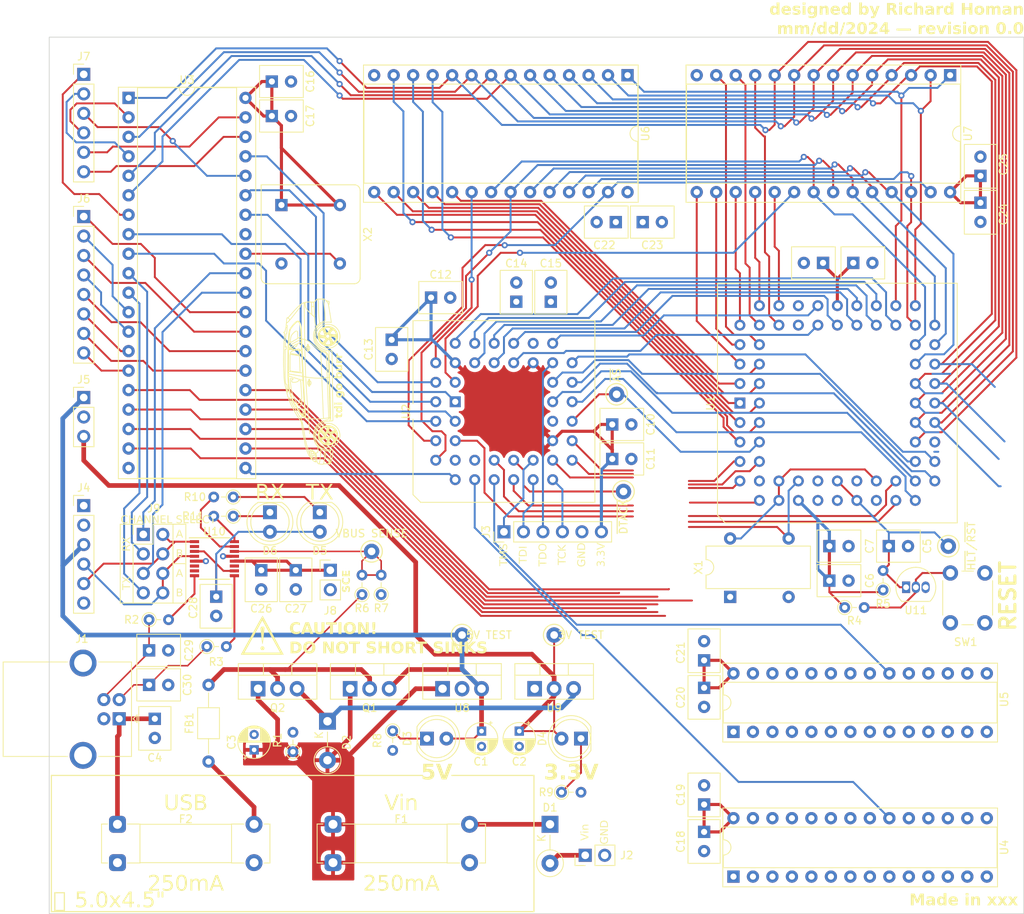
<source format=kicad_pcb>
(kicad_pcb (version 20221018) (generator pcbnew)
  (title_block (title "SBC Project PCB Design") (date "2024-01-26") (rev "0.0") (company "LeTourneau University") (comment 1 "Richard Homan"))
  (layers (0 "F.Cu" signal) (31 "B.Cu" signal) (34 "B.Paste" user) (35 "F.Paste" user) (36 "B.SilkS" user "B.Silkscreen") (37 "F.SilkS" user "F.Silkscreen") (38 "B.Mask" user) (39 "F.Mask" user) (44 "Edge.Cuts" user))
  (net 0 "")
  (net 1 "+5V")
  (net 2 "GNDREF")
  (net 3 "+3.3V")
  (net 4 "/Power+IO/vin")
  (net 5 "/Power+IO/n3")
  (net 6 "hlt_rst")
  (net 7 "/Power+IO/n7")
  (net 8 "/Power+IO/serial_3.3")
  (net 9 "/Power+IO/usb+")
  (net 10 "/Power+IO/usb-")
  (net 11 "/Power+IO/n2")
  (net 12 "/Power+IO/n1")
  (net 13 "/Power+IO/n5")
  (net 14 "Net-(D3-K)")
  (net 15 "Net-(D4-K)")
  (net 16 "Net-(D5-K)")
  (net 17 "Net-(D6-K)")
  (net 18 "/Power+IO/n4")
  (net 19 "/Power+IO/vbus")
  (net 21 "/tms")
  (net 22 "/tdi")
  (net 23 "/tdo")
  (net 24 "/tck")
  (net 26 "tx_a")
  (net 28 "/Memory+Peripheral/po_0")
  (net 29 "/Memory+Peripheral/po_1")
  (net 30 "/Memory+Peripheral/po_2")
  (net 31 "/Memory+Peripheral/po_3")
  (net 32 "/Memory+Peripheral/po_4")
  (net 33 "/Memory+Peripheral/po_5")
  (net 34 "/Memory+Peripheral/po_6")
  (net 35 "/Memory+Peripheral/po_7")
  (net 36 "/Memory+Peripheral/pi_0")
  (net 37 "/Memory+Peripheral/pi_1")
  (net 38 "/Memory+Peripheral/pi_2")
  (net 39 "/Memory+Peripheral/pi_3")
  (net 40 "/Memory+Peripheral/pi_4")
  (net 41 "/Memory+Peripheral/pi_5")
  (net 42 "/Power+IO/tx_s")
  (net 43 "/Power+IO/rx_s")
  (net 44 "tx_b")
  (net 45 "rx_b")
  (net 46 "/n6")
  (net 47 "/Power+IO/vbus_sense")
  (net 48 "/Power+IO/tx_led")
  (net 49 "/Power+IO/rx_led")
  (net 50 "data4")
  (net 51 "data3")
  (net 52 "data2")
  (net 53 "data1")
  (net 54 "data0")
  (net 56 "clk")
  (net 60 "/ipl2")
  (net 61 "/ipl1")
  (net 62 "/ipl0")
  (net 63 "/fc2")
  (net 64 "/fc1")
  (net 65 "/fc0")
  (net 67 "addr0")
  (net 68 "addr1")
  (net 69 "addr2")
  (net 70 "addr3")
  (net 71 "addr4")
  (net 72 "addr5")
  (net 73 "addr6")
  (net 74 "addr7")
  (net 75 "addr8")
  (net 76 "addr9")
  (net 77 "addr10")
  (net 78 "addr11")
  (net 79 "addr12")
  (net 80 "addr13")
  (net 81 "addr14")
  (net 82 "addr15")
  (net 83 "addr16")
  (net 84 "addr17")
  (net 85 "addr18")
  (net 86 "addr19")
  (net 87 "addr20")
  (net 88 "addr21")
  (net 89 "addr22")
  (net 90 "data15")
  (net 91 "data14")
  (net 92 "data13")
  (net 93 "data12")
  (net 94 "data11")
  (net 95 "data10")
  (net 96 "data9")
  (net 97 "data8")
  (net 98 "data7")
  (net 99 "data6")
  (net 100 "data5")
  (net 101 "duart_cs")
  (net 102 "duart_iack")
  (net 103 "duart_dtack")
  (net 104 "duart_irq")
  (net 105 "raml_cs")
  (net 106 "ramh_cs")
  (net 107 "roml_cs")
  (net 108 "romh_cs")
  (net 109 "/as")
  (net 110 "/uds")
  (net 111 "/lds")
  (net 112 "/rw")
  (net 113 "/dtack")
  (net 114 "/berr")
  (net 115 "oe")
  (net 116 "we")
  (net 117 "rx_a")
  (net 118 "/Memory+Peripheral/n8")
  (net 122 "Net-(U10-USBDM)")
  (net 123 "Net-(U10-USBDP)")
  (net 125 "duart_rw")
  (footprint "Fuse:Fuseholder_Clip-5x20mm_Bel_FC-203-22_Lateral_P17.80x5.00mm_D1.17mm_Horizontal" (layer "F.Cu") (at 113.1424 136.0264)
    (fp_text reference "F1")
    (fp_text value "250mA Fuse")
  )
  (footprint "TestPoint:TestPoint_Keystone_5000-5004_Miniature" (layer "F.Cu") (at 129.96 111.345)
    (fp_text reference "TP1" hide)
    (fp_text value "5V TEST")
  )
  (footprint "Capacitor_THT:CP_Disc_L5.50mm_W4.00mm_P2.50mm_NonPolarized" (layer "F.Cu") (at 153.5 57.5)
    (fp_text reference "C23")
    (fp_text value "1u")
  )
  (footprint "Capacitor_THT:CP_Disc_L5.50mm_W4.00mm_P2.50mm_NonPolarized" (layer "F.Cu") (at 108.29 102.895 -90)
    (fp_text reference "C27")
    (fp_text value "1u")
  )
  (footprint "Connector_PinHeader_2.54mm:PinHeader_1x08_P2.54mm_Vertical" (layer "F.Cu") (at 80.6558 56.7784)
    (fp_text reference "J6")
    (fp_text value "Conn_01x08_Pin" hide)
  )
  (footprint "Capacitor_THT:CP_Disc_L5.50mm_W4.00mm_P2.50mm_NonPolarized" (layer "F.Cu") (at 137.03 67.885 90)
    (fp_text reference "C14")
    (fp_text value "0.1u")
  )
  (footprint "Resistor_THT:R_Axial_DIN0204_L3.6mm_D1.6mm_P2.54mm_Vertical" (layer "F.Cu") (at 119.42 106.065 90)
    (fp_text reference "R7")
    (fp_text value "10k" hide)
  )
  (footprint "Package_DIP:DIP-28_W15.24mm_Socket" (layer "F.Cu") (at 151.525 38.349 -90)
    (fp_text reference "U6")
    (fp_text value "28C256")
  )
  (footprint "Capacitor_THT:CP_Disc_L5.50mm_W4.00mm_P2.50mm_NonPolarized" (layer "F.Cu") (at 177.004 62.817 180)
    (fp_text reference "C9" hide)
    (fp_text value "1u")
  )
  (footprint "TestPoint:TestPoint_Keystone_5000-5004_Miniature" (layer "F.Cu") (at 193.33 99.755 90)
    (fp_text reference "TP3" hide)
    (fp_text value "~{HLT}/~{RST}")
  )
  (footprint "TestPoint:TestPoint_Keystone_5000-5004_Miniature" (layer "F.Cu") (at 151 92.6272 90)
    (fp_text reference "TP6" hide)
    (fp_text value "~{DTACK}")
  )
  (footprint "Diode_THT:D_DO-41_SOD81_P5.08mm_Vertical_KathodeUp" (layer "F.Cu") (at 112.42 122.587183 -90)
    (fp_text reference "D2")
    (fp_text value "1N4001" hide)
  )
  (footprint "Connector_PinHeader_2.54mm:PinHeader_1x06_P2.54mm_Vertical" (layer "F.Cu") (at 135.42 97.885 90)
    (fp_text reference "J3")
    (fp_text value "Conn_01x06_Pin" hide)
  )
  (footprint "Connector_PinHeader_2.54mm:PinHeader_1x02_P2.54mm_Vertical" (layer "F.Cu") (at 112.79 102.895)
    (fp_text reference "J8")
    (fp_text value "Conn_01x02_Pin" hide)
  )
  (footprint "Capacitor_THT:C_Axial_L3.8mm_D2.6mm_P10.00mm_Horizontal" (layer "F.Cu") (at 96.92 127.845 90)
    (fp_text reference "FB1")
    (fp_text value "FerriteBead" hide)
  )
  (footprint "Capacitor_THT:CP_Disc_L5.50mm_W4.00mm_P2.50mm_NonPolarized" (layer "F.Cu") (at 89.92 122.265 -90)
    (fp_text reference "C4")
    (fp_text value "10n")
  )
  (footprint "Package_DIP:DIP-28_W15.24mm_Socket" (layer "F.Cu") (at 193.563 38.349 -90)
    (fp_text reference "U7")
    (fp_text value "28C256")
  )
  (footprint "Capacitor_THT:CP_Disc_L5.50mm_W4.00mm_P2.50mm_NonPolarized" (layer "F.Cu") (at 161.504 114.645 90)
    (fp_text reference "C21")
    (fp_text value "1u")
  )
  (footprint "Capacitor_THT:CP_Disc_L5.50mm_W4.00mm_P2.50mm_NonPolarized" (layer "F.Cu") (at 161.504 118.221 -90)
    (fp_text reference "C20")
    (fp_text value ".1u")
  )
  (footprint "Capacitor_THT:CP_Disc_L5.50mm_W4.00mm_P2.50mm_NonPolarized" (layer "F.Cu") (at 125.92 67.345)
    (fp_text reference "C12")
    (fp_text value "0.1u")
  )
  (footprint "Connector_PinHeader_2.54mm:PinHeader_1x06_P2.54mm_Vertical" (layer "F.Cu") (at 80.6558 94.472)
    (fp_text reference "J4")
    (fp_text value "Conn_01x06_Pin" hide)
  )
  (footprint "LED_THT:LED_D5.0mm" (layer "F.Cu") (at 111.42 95.345 -90)
    (fp_text reference "D5")
    (fp_text value "LED")
  )
  (footprint "LED_THT:LED_D5.0mm" (layer "F.Cu") (at 104.92 95.345 -90)
    (fp_text reference "D6")
    (fp_text value "LED")
  )
  (footprint "Fuse:Fuseholder_Clip-5x20mm_Bel_FC-203-22_Lateral_P17.80x5.00mm_D1.17mm_Horizontal" (layer "F.Cu") (at 85.05 136.0264)
    (fp_text reference "F2")
    (fp_text value "250mA Fuse")
  )
  (footprint "Resistor_THT:R_Axial_DIN0204_L3.6mm_D1.6mm_P2.54mm_Vertical" (layer "F.Cu") (at 184.83 105.475 90)
    (fp_text reference "R5")
    (fp_text value "10k")
  )
  (footprint "Connector_USB:USB_B_OST_USB-B1HSxx_Horizontal" (layer "F.Cu") (at 85.2775 122.265 180)
    (fp_text reference "J1")
    (fp_text value "USB_B")
  )
  (footprint "Capacitor_THT:CP_Disc_L5.50mm_W4.00mm_P2.50mm_NonPolarized" (layer "F.Cu") (at 89.17 113.345)
    (fp_text reference "C29")
    (fp_text value "47p")
  )
  (footprint "Resistor_THT:R_Axial_DIN0204_L3.6mm_D1.6mm_P2.54mm_Vertical" (layer "F.Cu") (at 96.7 112.845)
    (fp_text reference "R3")
    (fp_text value "27")
  )
  (footprint "Capacitor_THT:CP_Disc_L5.50mm_W4.00mm_P2.50mm_NonPolarized" (layer "F.Cu") (at 105.17 43.669)
    (fp_text reference "C17")
    (fp_text value "1u")
  )
  (footprint "Capacitor_THT:CP_Disc_L5.50mm_W4.00mm_P2.50mm_NonPolarized" (layer "F.Cu") (at 105.17 39.169)
    (fp_text reference "C16")
    (fp_text value ".1u")
  )
  (footprint "Package_DIP:DIP-28_W7.62mm_Socket" (layer "F.Cu") (at 165.33 142.845 90)
    (fp_text reference "U4")
    (fp_text value "MCM6206CP")
  )
  (footprint "LED_THT:LED_D5.0mm" (layer "F.Cu") (at 145.46 124.845 180)
    (fp_text reference "D4")
    (fp_text value "LED")
  )
  (footprint "Capacitor_THT:CP_Disc_L5.50mm_W4.00mm_P2.50mm_NonPolarized" (layer "F.Cu") (at 161.504 133.441 90)
    (fp_text reference "C19")
    (fp_text value "1u")
  )
  (footprint "Capacitor_THT:CP_Disc_L5.50mm_W4.00mm_P2.50mm_NonPolarized" (layer "F.Cu") (at 149.53 88.385)
    (fp_text reference "C11")
    (fp_text value "1u")
  )
  (footprint "Capacitor_THT:CP_Disc_L5.50mm_W4.00mm_P2.50mm_NonPolarized" (layer "F.Cu") (at 103.79 102.895 -90)
    (fp_text reference "C26")
    (fp_text value "0.1u")
  )
  (footprint "TestPoint:TestPoint_Keystone_5000-5004_Miniature" (layer "F.Cu") (at 141.96 111.345)
    (fp_text reference "TP2" hide)
    (fp_text value "3V TEST")
  )
  (footprint "Capacitor_THT:CP_Disc_L5.50mm_W4.00mm_P2.50mm_NonPolarized" (layer "F.Cu") (at 89.17 117.845)
    (fp_text reference "C30")
    (fp_text value "47p")
  )
  (footprint "Resistor_THT:R_Axial_DIN0204_L3.6mm_D1.6mm_P2.54mm_Vertical" (layer "F.Cu") (at 100.14 93.345 180)
    (fp_text reference "R10")
    (fp_text value "220" hide)
  )
  (footprint "LOGO" (layer "F.Cu") (at 109.92 78.345 90)
    (fp_text reference "G***" hide)
    (fp_text value "LOGO" hide)
  )
  (footprint "Connector_PinHeader_2.54mm:PinHeader_1x02_P2.54mm_Vertical" (layer "F.Cu") (at 146.01 140.065 90)
    (fp_text reference "J2")
    (fp_text value "Conn_01x02_Pin" hide)
  )
  (footprint "Capacitor_THT:CP_Disc_L5.50mm_W4.00mm_P2.50mm_NonPolarized" (layer "F.Cu") (at 141.53 67.885 90)
    (fp_text reference "C15")
    (fp_text value "1u")
  )
  (footprint "Capacitor_THT:CP_Disc_L5.50mm_W4.00mm_P2.50mm_NonPolarized" (layer "F.Cu") (at 197.518 51.474 90)
    (fp_text reference "C25")
    (fp_text value "1u")
  )
  (footprint "Package_TO_SOT_THT:TO-220-3_Vertical" (layer "F.Cu") (at 103.38 118.345)
    (fp_text reference "Q2")
    (fp_text value "AOI21357" hide)
  )
  (footprint "Capacitor_THT:CP_Disc_L5.50mm_W4.00mm_P2.50mm_NonPolarized" (layer "F.Cu") (at 161.504 137.017 -90)
    (fp_text reference "C18")
    (fp_text value ".1u")
  )
  (footprint "Package_DIP:DIP-40_W15.24mm_Socket" (layer "F.Cu") (at 86.4978 41.305)
    (fp_text reference "U3")
    (fp_text value "68681")
  )
  (footprint "Package_SO:SSOP-16_3.9x4.9mm_P0.635mm" (layer "F.Cu") (at 97.69 101.3925)
    (fp_text reference "U10")
    (fp_text value "FT230XS")
  )
  (footprint "Capacitor_THT:CP_Disc_L5.50mm_W4.00mm_P2.50mm_NonPolarized" (layer "F.Cu") (at 180.942 62.817)
    (fp_text reference "C8" hide)
    (fp_text value "0.1u")
  )
  (footprint "Capacitor_THT:CP_Disc_L5.50mm_W4.00mm_P2.50mm_NonPolarized" (layer "F.Cu") (at 150 57.5 180)
    (fp_text reference "C22")
    (fp_text value ".1u")
  )
  (footprint "TestPoint:TestPoint_Keystone_5000-5004_Miniature" (layer "F.Cu") (at 118.17 100.44)
    (fp_text reference "TP4" hide)
    (fp_text value "VBUS SENSE")
  )
  (footprint "Resistor_THT:R_Axial_DIN0204_L3.6mm_D1.6mm_P2.54mm_Vertical" (layer "F.Cu") (at 120.92 123.845 -90)
    (fp_text reference "R8")
    (fp_text value "470" hide)
  )
  (footprint "Package_LCC:PLCC-68_THT-Socket" (layer "F.Cu") (at 166.17 81.095 90)
    (fp_text reference "U1")
    (fp_text value "MC68000FN")
  )
  (footprint "Package_TO_SOT_THT:TO-220-3_Vertical" (layer "F.Cu") (at 115.38 118.345)
    (fp_text reference "Q1")
    (fp_text value "AOI21357" hide)
  )
  (footprint "Capacitor_THT:CP_Radial_D4.0mm_P2.00mm" (layer "F.Cu") (at 132.5 123.872401 -90)
    (fp_text reference "C1")
    (fp_text value "4.7u")
  )
  (footprint "Capacitor_THT:CP_Radial_D4.0mm_P2.00mm" (layer "F.Cu") (at 137.42 123.872401 -90)
    (fp_text reference "C2")
    (fp_text value "4.7u")
  )
  (footprint "Button_Switch_THT:SW_PUSH_6mm" (layer "F.Cu") (at 193.6 109.755 90)
    (fp_text reference "SW1")
    (fp_text value "RESET")
  )
  (footprint "Capacitor_THT:CP_Disc_L5.50mm_W4.00mm_P2.50mm_NonPolarized" (layer "F.Cu") (at 149.53 83.885)
    (fp_text reference "C10")
    (fp_text value "0.1u")
  )
  (footprint "Package_TO_SOT_THT:TO-220-3_Vertical" (layer "F.Cu") (at 127.42 118.345)
    (fp_text reference "U8")
    (fp_text value "LM7805_TO220" hide)
  )
  (footprint "Resistor_THT:R_Axial_DIN0204_L3.6mm_D1.6mm_P2.54mm_Vertical" (layer "F.Cu") (at 142.92 131.845)
    (fp_text reference "R9")
    (fp_text value "220" hide)
  )
  (footprint "Capacitor_THT:CP_Radial_D4.0mm_P2.00mm" (layer "F.Cu") (at 102.8624 126.3176 90)
    (fp_text reference "C3")
    (fp_text value "4.7u")
  )
  (footprint "Resistor_THT:R_Axial_DIN0204_L3.6mm_D1.6mm_P2.54mm_Vertical" (layer "F.Cu") (at 107.92 126.565 90)
    (fp_text reference "R1")
    (fp_text value "1M" hide)
  )
  (footprint "Capacitor_THT:CP_Disc_L5.50mm_W4.00mm_P2.50mm_NonPolarized" (layer "F.Cu") (at 177.83 104.255)
    (fp_text reference "C6")
    (fp_text value "0.1u")
  )
  (footprint "Connector_PinHeader_2.54mm:PinHeader_1x06_P2.54mm_Vertical" (layer "F.Cu") (at 80.6558 38.2364)
    (fp_text reference "J7")
    (fp_text value "Conn_01x06_Pin" hide)
  )
  (footprint "Package_LCC:PLCC-44_THT-Socket" (layer "F.Cu") (at 129.07 80.925 90)
    (fp_text reference "U2")
    (fp_text value "XC9572XL")
  )
  (footprint "Capacitor_THT:CP_Disc_L5.50mm_W4.00mm_P2.50mm_NonPolarized" (layer "F.Cu") (at 197.518 54.974 -90)
    (fp_text reference "C24")
    (fp_text value ".1u")
  )
  (footprint "Package_DIP:DIP-28_W7.62mm_Socket" (layer "F.Cu") (at 165.33 123.965 90)
    (fp_text reference "U5")
    (fp_text value "MCM6206CP")
  )
  (footprint "Capacitor_THT:CP_Disc_L5.50mm_W4.00mm_P2.50mm_NonPolarized" (layer "F.Cu") (at 177.83 99.755)
    (fp_text reference "C7")
    (fp_text value "1u")
  )
  (footprint "Capacitor_THT:CP_Disc_L5.50mm_W4.00mm_P2.50mm_NonPolarized" (layer "F.Cu") (at 120.785 72.845 -90)
    (fp_text reference "C13")
    (fp_text value "1u")
  )
  (footprint "Capacitor_THT:CP_Disc_L5.50mm_W4.00mm_P2.50mm_NonPolarized" (layer "F.Cu") (at 97.92 106.345 -90)
    (fp_text reference "C28")
    (fp_text value ".1u")
  )
  (footprint "Connector_PinHeader_2.54mm:PinHeader_2x04_P2.54mm_Vertical" (layer "F.Cu") (at 88.42 98.225)
    (fp_text reference "J9")
    (fp_text value "Conn_02x04_Odd_Even" hide)
  )
  (footprint "Package_TO_SOT_THT:TO-220-3_Vertical" (layer "F.Cu") (at 139.42 118.345)
    (fp_text reference "U9")
    (fp_text value "LD1117AV33" hide)
  )
  (footprint "Capacitor_THT:CP_Disc_L5.50mm_W4.00mm_P2.50mm_NonPolarized" (layer "F.Cu") (at 185.58 99.755)
    (fp_text reference "C5")
    (fp_text value "0.1u")
  )
  (footprint "Package_TO_SOT_THT:TO-92_Inline" (layer "F.Cu") (at 187.83 105.115)
    (fp_text reference "U11")
    (fp_text value "MC34064P" hide)
  )
  (footprint "Diode_THT:D_DO-41_SOD81_P5.08mm_Vertical_KathodeUp" (layer "F.Cu") (at 141.42 136.0264 -90)
    (fp_text reference "D1")
    (fp_text value "1N4001" hide)
  )
  (footprint "Resistor_THT:R_Axial_DIN0204_L3.6mm_D1.6mm_P2.54mm_Vertical" (layer "F.Cu") (at 179.83 107.755)
    (fp_text reference "R4")
    (fp_text value "10k")
  )
  (footprint "TestPoint:TestPoint_Keystone_5000-5004_Miniature" (layer "F.Cu") (at 150.1 79.955 90)
    (fp_text reference "TP5" hide)
    (fp_text value "~{AS}")
  )
  (footprint "Oscillator:Oscillator_SeikoEpson_SG-8002DC" (layer "F.Cu") (at 164.9 106.375 90)
    (fp_text reference "X1")
    (fp_text value "SG-531")
  )
  (footprint "Resistor_THT:R_Axial_DIN0204_L3.6mm_D1.6mm_P2.54mm_Vertical" (layer "F.Cu") (at 100.14 95.845 180)
    (fp_text reference "R11")
    (fp_text value "220" hide)
  )
  (footprint "LED_THT:LED_D5.0mm" (layer "F.Cu") (at 125.38 124.845)
    (fp_text reference "D3")
    (fp_text value "LED")
  )
  (footprint "Resistor_THT:R_Axial_DIN0204_L3.6mm_D1.6mm_P2.54mm_Vertical" (layer "F.Cu") (at 89.17 109.345)
    (fp_text reference "R2")
    (fp_text value "27")
  )
  (footprint "Resistor_THT:R_Axial_DIN0204_L3.6mm_D1.6mm_P2.54mm_Vertical" (layer "F.Cu") (at 116.92 106.065 90)
    (fp_text reference "R6")
    (fp_text value "5.6k" hide)
  )
  (footprint "Oscillator:Oscillator_DIP-8" (layer "F.Cu") (at 106.42 55.275 -90)
    (fp_text reference "X2")
    (fp_text value "EC11")
  )
  (footprint "Connector_PinHeader_2.54mm:PinHeader_1x03_P2.54mm_Vertical" (layer "F.Cu") (at 80.6558 80.375)
    (fp_text reference "J5")
    (fp_text value "Conn_01x03_Pin" hide)
  )
  (gr_line (start 92.29 96.895) (end 93.96 96.895) (stroke (width 0.12)) (layer "F.SilkS"))
  (gr_line (start 87.085 107.175) (end 85.415 107.175) (stroke (width 0.12)) (layer "F.SilkS"))
  (gr_line (start 93.96 107.175) (end 93.96 96.895) (stroke (width 0.12)) (layer "F.SilkS"))
  (gr_line (start 85.415 96.895) (end 85.415 107.175) (stroke (width 0.12)) (layer "F.SilkS"))
  (gr_line (start 92.29 107.175) (end 93.96 107.175) (stroke (width 0.12)) (layer "F.SilkS"))
  (gr_line (start 139.3298 129.651) (end 139.3298 147.4056) (stroke (width 0.15)) (layer "F.SilkS"))
  (gr_line (start 76.4394 129.651) (end 76.4394 147.4056) (stroke (width 0.15)) (layer "F.SilkS"))
  (gr_line (start 92.29 102.035) (end 93.96 102.035) (stroke (width 0.12)) (layer "F.SilkS"))
  (gr_line (start 139.3298 129.651) (end 128.62 129.651) (stroke (width 0.15)) (layer "F.SilkS"))
  (gr_line (start 87.085 96.895) (end 85.415 96.895) (stroke (width 0.12)) (layer "F.SilkS"))
  (gr_line (start 124.82 129.651) (end 76.4394 129.651) (stroke (width 0.15)) (layer "F.SilkS"))
  (gr_line (start 139.3298 147.4056) (end 76.4394 147.4056) (stroke (width 0.15)) (layer "F.SilkS"))
  (gr_rect (start 76.16 33.385) (end 203.16 147.685) (stroke (width 0.1)) (fill none) (layer "Edge.Cuts"))
  (gr_text "B" (at 93.13 105.885) (layer "F.SilkS") (effects (font (size 1 1))))
  (gr_text "⚠" (at 103.92 111.845) (layer "F.SilkS") (effects (font (size 5 5) (thickness 0.3) bold)))
  (gr_text "CAUTION!\nDO NOT SHORT SINKS" (at 107.42 111.845) (layer "F.SilkS") (effects (font (size 1.5 1.5) (thickness 0.3) bold) (justify left)))
  (gr_text "A" (at 93.13 103.345) (layer "F.SilkS") (effects (font (size 1 1))))
  (gr_text "Made in xxx" (at 202.42 146.845) (layer "F.SilkS") (effects (font (size 1.5 1.5) (thickness 0.3) bold) (justify right bottom)))
  (gr_text "5V" (at 126.655 129.345) (layer "F.SilkS") (effects (font (size 2 2) (thickness 0.3) bold)))
  (gr_text "B" (at 93.13 100.765) (layer "F.SilkS") (effects (font (size 1 1))))
  (gr_text "designed by Richard Homan\nmm/dd/2024 — revision 0.0" (at 203.2 28.956) (layer "F.SilkS") (effects (font (size 1.5 1.5) (thickness 0.3) bold) (justify right top)))
  (gr_text "5.0x4.5{dblquote}" (at 79.462 147.177) (layer "F.SilkS") (effects (font (size 2 2)) (justify left bottom)))
  (gr_text "⌱" (at 76.668 147.177) (layer "F.SilkS") (effects (font (size 2 2)) (justify left bottom)))
  (gr_text "TX" (at 85.698209 104.575001 90) (layer "F.SilkS") (effects (font (size 1 1)) (justify top)))
  (gr_text "3.3V" (at 144.185 129.345) (layer "F.SilkS") (effects (font (size 2 2) (thickness 0.3) bold)))
  (gr_text "RX" (at 85.698209 99.495 90) (layer "F.SilkS") (effects (font (size 1 1)) (justify top)))
  (gr_text "A" (at 93.13 98.225) (layer "F.SilkS") (effects (font (size 1 1))))
  (segment (start 114.04 55.275) (end 113.85 55.275) (width 0.4064) (layer "F.Cu") (net 1))
  (segment (start 161.504 118.221) (end 163.454 118.221) (width 0.4064) (layer "F.Cu") (net 1))
  (segment (start 106.42 47.845) (end 106.42 44.919) (width 0.4064) (layer "F.Cu") (net 1))
  (segment (start 171.25 93.795) (end 171.25 91.255) (width 0.254) (layer "F.Cu") (net 1))
  (segment (start 177.83 105.755) (end 184.55 105.755) (width 0.254) (layer "F.Cu") (net 1))
  (segment (start 105.17 43.669) (end 104.1018 43.669) (width 0.4064) (layer "F.Cu") (net 1))
  (segment (start 129.96 115.805) (end 130 115.845) (width 0.4064) (layer "F.Cu") (net 1))
  (segment (start 182.45 89.755) (end 172.75 89.755) (width 0.254) (layer "F.Cu") (net 1))
  (segment (start 195.678 51.474) (end 193.563 53.589) (width 0.4064) (layer "F.Cu") (net 1))
  (segment (start 163.538 137.017) (end 165.33 135.225) (width 0.4064) (layer "F.Cu") (net 1))
  (segment (start 104.1018 43.669) (end 101.7378 41.305) (width 0.4064) (layer "F.Cu") (net 1))
  (segment (start 132.5 118.345) (end 132.5 123.872401) (width 0.6096) (layer "F.Cu") (net 1))
  (segment (start 127.92 124.845) (end 131.527401 124.845) (width 0.254) (layer "F.Cu") (net 1))
  (segment (start 197.518 54.974) (end 197.518 51.474) (width 0.4064) (layer "F.Cu") (net 1))
  (segment (start 161.504 137.017) (end 163.538 137.017) (width 0.4064) (layer "F.Cu") (net 1))
  (segment (start 197.518 54.974) (end 194.948 54.974) (width 0.4064) (layer "F.Cu") (net 1))
  (segment (start 177.83 105.755) (end 177.83 104.255) (width 0.254) (layer "F.Cu") (net 1))
  (segment (start 105.17 39.169) (end 103.8738 39.169) (width 0.4064) (layer "F.Cu") (net 1))
  (segment (start 120.46 118.345) (end 122.96 115.845) (width 0.6096) (layer "F.Cu") (net 1))
  (segment (start 177.004 63.023) (end 178.87 64.889) (width 0.4064) (layer "F.Cu") (net 1))
  (segment (start 113.85 55.275) (end 106.42 47.845) (width 0.4064) (layer "F.Cu") (net 1))
  (segment (start 194.948 54.974) (end 193.563 53.589) (width 0.4064) (layer "F.Cu") (net 1))
  (segment (start 161.504 133.441) (end 161.504 137.017) (width 0.4064) (layer "F.Cu") (net 1))
  (segment (start 163.63 114.645) (end 165.33 116.345) (width 0.4064) (layer "F.Cu") (net 1))
  (segment (start 106.42 44.919) (end 105.17 43.669) (width 0.4064) (layer "F.Cu") (net 1))
  (segment (start 131.527401 124.845) (end 132.5 123.872401) (width 0.254) (layer "F.Cu") (net 1))
  (segment (start 184.55 105.755) (end 184.83 105.475) (width 0.254) (layer "F.Cu") (net 1))
  (segment (start 130 115.845) (end 132.5 118.345) (width 0.6096) (layer "F.Cu") (net 1))
  (segment (start 161.504 114.645) (end 161.504 118.221) (width 0.4064) (layer "F.Cu") (net 1))
  (segment (start 163.454 118.221) (end 165.33 116.345) (width 0.4064) (layer "F.Cu") (net 1))
  (segment (start 114.04 55.275) (end 106.42 55.275) (width 0.4064) (layer "F.Cu") (net 1))
  (segment (start 106.42 55.275) (end 106.42 44.919) (width 0.4064) (layer "F.Cu") (net 1))
  (segment (start 178.87 68.395) (end 178.87 64.889) (width 0.4064) (layer "F.Cu") (net 1))
  (segment (start 183.95 91.255) (end 182.45 89.755) (width 0.254) (layer "F.Cu") (net 1))
  (segment (start 103.8738 39.169) (end 101.7378 41.305) (width 0.4064) (layer "F.Cu") (net 1))
  (segment (start 177.83 104.255) (end 177.83 99.755) (width 0.4064) (layer "F.Cu") (net 1))
  (segment (start 105.17 39.169) (end 105.17 43.669) (width 0.4064) (layer "F.Cu") (net 1))
  (segment (start 161.504 133.441) (end 163.546 133.441) (width 0.4064) (layer "F.Cu") (net 1))
  (segment (start 163.546 133.441) (end 165.33 135.225) (width 0.4064) (layer "F.Cu") (net 1))
  (segment (start 197.518 51.474) (end 195.678 51.474) (width 0.4064) (layer "F.Cu") (net 1))
  (segment (start 161.504 114.645) (end 163.63 114.645) (width 0.4064) (layer "F.Cu") (net 1))
  (segment (start 122.96 115.845) (end 130 115.845) (width 0.6096) (layer "F.Cu") (net 1))
  (segment (start 179.83 107.755) (end 177.83 105.755) (width 0.254) (layer "F.Cu") (net 1))
  (segment (start 178.87 64.889) (end 180.942 62.817) (width 0.4064) (layer "F.Cu") (net 1))
  (segment (start 172.75 89.755) (end 171.25 91.255) (width 0.254) (layer "F.Cu") (net 1))
  (segment (start 171.25 93.795) (end 166.29 98.755) (width 0.254) (layer "B.Cu") (net 1))
  (segment (start 77.92 102.2878) (end 80.6558 99.552) (width 0.6096) (layer "B.Cu") (net 1))
  (segment (start 177.83 97.835) (end 177.83 99.755) (width 0.4064) (layer "B.Cu") (net 1))
  (segment (start 173.79 93.795) (end 176.29 96.295) (width 0.4064) (layer "B.Cu") (net 1))
  (segment (start 176.33 102.755) (end 176.33 96.335) (width 0.4064) (layer "B.Cu") (net 1))
  (segment (start 129.96 111.345) (end 80.42 111.345) (width 0.6096) (layer "B.Cu") (net 1))
  (segment (start 129.96 111.345) (end 129.96 115.805) (width 0.6096) (layer "B.Cu") (net 1))
  (segment (start 166.29 98.755) (end 164.9 98.755) (width 0.254) (layer "B.Cu") (net 1))
  (segment (start 77.92 108.845) (end 77.92 102.2878) (width 0.6096) (layer "B.Cu") (net 1))
  (segment (start 129.96 115.805) (end 132.5 118.345) (width 0.6096) (layer "B.Cu") (net 1))
  (segment (start 177.004 62.817) (end 177.004 63.023) (width 0.4064) (layer "B.Cu") (net 1))
  (segment (start 177.83 104.255) (end 176.33 102.755) (width 0.4064) (layer "B.Cu") (net 1))
  (segment (start 176.29 96.295) (end 177.83 97.835) (width 0.4064) (layer "B.Cu") (net 1))
  (segment (start 80.42 111.345) (end 77.92 108.845) (width 0.6096) (layer "B.Cu") (net 1))
  (segment (start 77.92 83.1108) (end 80.6558 80.375) (width 0.6096) (layer "B.Cu") (net 1))
  (segment (start 77.92 102.2878) (end 77.92 83.1108) (width 0.6096) (layer "B.Cu") (net 1))
  (segment (start 98.81 101.075) (end 99.901251 101.075) (width 0.4064) (layer "F.Cu") (net 2))
  (segment (start 95.09 101.71) (end 96.57 101.71) (width 0.4064) (layer "F.Cu") (net 2))
  (segment (start 98.79 101.075) (end 98.8027 101.0877) (width 0.4064) (layer "F.Cu") (net 2))
  (segment (start 98.81 101.075) (end 98.8227 101.0877) (width 0.4064) (layer "F.Cu") (net 2))
  (via (at 96.57 101.71) (size 0.8) (drill 0.4) (layers "F.Cu" "B.Cu") (net 2))
  (via (at 98.81 101.075) (size 0.8) (drill 0.4) (layers "F.Cu" "B.Cu") (net 2))
  (segment (start 147.1245 84.7731) (end 143.0019 84.7731) (width 0.4064) (layer "F.Cu") (net 3))
  (segment (start 123.92 111.345) (end 126.42 113.845) (width 0.6096) (layer "F.Cu") (net 3))
  (segment (start 137.42 123.872401) (end 141.96 119.332401) (width 0.6096) (layer "F.Cu") (net 3))
  (segment (start 141.96 116.7354) (end 141.96 118.345) (width 0.6096) (layer "F.Cu") (net 3))
  (segment (start 141.96 118.345) (end 141.96 111.345) (width 0.254) (layer "F.Cu") (net 3))
  (segment (start 149.53 87.1786) (end 147.1245 84.7731) (width 0.4064) (layer "F.Cu") (net 3))
  (segment (start 149.53 83.885) (end 148.0126 83.885) (width 0.4064) (layer "F.Cu") (net 3))
  (segment (start 148.0126 83.885) (end 147.1245 84.7731) (width 0.4064) (layer "F.Cu") (net 3))
  (segment (start 141.96 123.885) (end 141.96 118.345) (width 0.254) (layer "F.Cu") (net 3))
  (segment (start 142.92 124.845) (end 141.96 123.885) (width 0.254) (layer "F.Cu") (net 3))
  (segment (start 141.96 119.332401) (end 141.96 118.345) (width 0.4064) (layer "F.Cu") (net 3))
  (segment (start 149.53 88.385) (end 149.53 83.885) (width 0.4064) (layer "F.Cu") (net 3))
  (segment (start 149.53 88.385) (end 149.53 87.1786) (width 0.4064) (layer "F.Cu") (net 3))
  (segment (start 80.6558 88.5808) (end 83.92 91.845) (width 0.6096) (layer "F.Cu") (net 3))
  (segment (start 123.92 101.845) (end 123.92 111.345) (width 0.6096) (layer "F.Cu") (net 3))
  (segment (start 139.0696 113.845) (end 141.96 116.7354) (width 0.6096) (layer "F.Cu") (net 3))
  (segment (start 141.77 86.005) (end 143.0019 84.7731) (width 0.4064) (layer "F.Cu") (net 3))
  (segment (start 120.785 72.845) (end 120.785 72.48) (width 0.4064) (layer "F.Cu") (net 3))
  (segment (start 80.6558 85.455) (end 80.6558 88.5808) (width 0.6096) (layer "F.Cu") (net 3))
  (segment (start 126.42 113.845) (end 139.0696 113.845) (width 0.6096) (layer "F.Cu") (net 3))
  (segment (start 137.42 123.872401) (end 141.947401 123.872401) (width 0.254) (layer "F.Cu") (net 3))
  (segment (start 83.92 91.845) (end 113.92 91.845) (width 0.6096) (layer "F.Cu") (net 3))
  (segment (start 113.92 91.845) (end 123.92 101.845) (width 0.6096) (layer "F.Cu") (net 3))
  (segment (start 126.07 72.845) (end 129.07 75.845) (width 0.4064) (layer "B.Cu") (net 3))
  (segment (start 148.12 97.885) (end 148.12 89.795) (width 0.4064) (layer "B.Cu") (net 3))
  (segment (start 125.77 72.845) (end 125.92 72.695) (width 0.4064) (layer "B.Cu") (net 3))
  (segment (start 125.77 72.845) (end 126.07 72.845) (width 0.4064) (layer "B.Cu") (net 3))
  (segment (start 148.12 89.795) (end 149.53 88.385) (width 0.4064) (layer "B.Cu") (net 3))
  (segment (start 120.785 72.48) (end 125.92 67.345) (width 0.4064) (layer "B.Cu") (net 3))
  (segment (start 125.92 67.345) (end 125.92 72.695) (width 0.4064) (layer "B.Cu") (net 3))
  (segment (start 120.785 72.845) (end 125.77 72.845) (width 0.4064) (layer "B.Cu") (net 3))
  (segment (start 127.42 118.345) (end 123.92 118.345) (width 0.6096) (layer "F.Cu") (net 4))
  (segment (start 105.92 122.345) (end 105.92 126.345) (width 0.6096) (layer "F.Cu") (net 4))
  (segment (start 115.38 124.707183) (end 112.42 127.667183) (width 0.6096) (layer "F.Cu") (net 4))
  (segment (start 123.92 118.345) (end 114.597817 127.667183) (width 0.6096) (layer "F.Cu") (net 4))
  (segment (start 103.38 119.805) (end 105.92 122.345) (width 0.6096) (layer "F.Cu") (net 4))
  (segment (start 115.38 118.345) (end 115.38 124.707183) (width 0.6096) (layer "F.Cu") (net 4))
  (segment (start 114.597817 127.667183) (end 112.42 127.667183) (width 0.6096) (layer "F.Cu") (net 4))
  (segment (start 103.38 118.345) (end 103.38 119.805) (width 0.6096) (layer "F.Cu") (net 4))
  (segment (start 85.05 124.5725) (end 85.05 136.0264) (width 0.6096) (layer "F.Cu") (net 5))
  (segment (start 85.2775 122.265) (end 85.2775 124.345) (width 0.6096) (layer "F.Cu") (net 5))
  (segment (start 85.2775 122.265) (end 89.92 122.265) (width 0.6096) (layer "F.Cu") (net 5))
  (segment (start 85.2775 124.345) (end 85.05 124.5725) (width 0.6096) (layer "F.Cu") (net 5))
  (segment (start 185.58 102.185) (end 184.83 102.935) (width 0.254) (layer "F.Cu") (net 6))
  (segment (start 185.58 99.755) (end 185.58 102.185) (width 0.254) (layer "F.Cu") (net 6))
  (segment (start 181.41 93.795) (end 178.87 91.255) (width 0.254) (layer "F.Cu") (net 6))
  (segment (start 187.83 105.115) (end 187.01 105.115) (width 0.254) (layer "F.Cu") (net 6))
  (segment (start 187.01 105.115) (end 184.83 102.935) (width 0.254) (layer "F.Cu") (net 6))
  (segment (start 185.58 97.965) (end 191.54 97.965) (width 0.254) (layer "B.Cu") (net 6))
  (segment (start 126.53 80.925) (end 118 80.925) (width 0.254) (layer "B.Cu") (net 6))
  (segment (start 109.92 72.845) (end 109.92 61.845) (width 0.254) (layer "B.Cu") (net 6))
  (segment (start 118 80.925) (end 109.92 72.845) (width 0.254) (layer "B.Cu") (net 6))
  (segment (start 109.92 61.845) (end 104.62 56.545) (width 0.254) (layer "B.Cu") (net 6))
  (segment (start 185.58 99.755) (end 185.58 97.965) (width 0.254) (layer "B.Cu") (net 6))
  (segment (start 185.58 97.965) (end 181.41 93.795) (width 0.254) (layer "B.Cu") (net 6))
  (segment (start 191.54 97.965) (end 193.33 99.755) (width 0.254) (layer "B.Cu") (net 6))
  (segment (start 104.62 56.545) (end 101.7378 56.545) (width 0.254) (layer "B.Cu") (net 6))
  (segment (start 103.79 102.895) (end 102.605 101.71) (width 0.4064) (layer "F.Cu") (net 7))
  (segment (start 102.605 101.71) (end 100.29 101.71) (width 0.4064) (layer "F.Cu") (net 7))
  (segment (start 108.29 102.895) (end 112.79 102.895) (width 0.4064) (layer "F.Cu") (net 7))
  (segment (start 108.29 102.895) (end 103.79 102.895) (width 0.4064) (layer "F.Cu") (net 7))
  (segment (start 107.105 101.71) (end 100.29 101.71) (width 0.4064) (layer "F.Cu") (net 7))
  (segment (start 108.29 102.895) (end 107.105 101.71) (width 0.4064) (layer "F.Cu") (net 7))
  (segment (start 95.09 100.44) (end 96.335 100.44) (width 0.254) (layer "F.Cu") (net 8))
  (segment (start 97.92 106.345) (end 97.92 102.025) (width 0.254) (layer "F.Cu") (net 8))
  (segment (start 97.79 101.895) (end 98.875 102.98) (width 0.254) (layer "F.Cu") (net 8))
  (segment (start 100.29 102.98) (end 98.875 102.98) (width 0.254) (layer "F.Cu") (net 8))
  (segment (start 96.335 100.44) (end 97.79 101.895) (width 0.254) (layer "F.Cu") (net 8))
  (segment (start 104.92 97.885) (end 100.805696 97.885) (width 0.254) (layer "B.Cu") (net 8))
  (segment (start 104.92 97.885) (end 111.42 97.885) (width 0.254) (layer "B.Cu") (net 8))
  (segment (start 97.92 100.770696) (end 97.92 106.345) (width 0.254) (layer "B.Cu") (net 8))
  (segment (start 100.805696 97.885) (end 97.92 100.770696) (width 0.254) (layer "B.Cu") (net 8))
  (segment (start 89.17 113.345) (end 89.17 113.595) (width 0.2) (layer "F.Cu") (net 9))
  (segment (start 83.2775 119.4875) (end 83.2775 119.765) (width 0.2) (layer "F.Cu") (net 9))
  (segment (start 89.17 109.345) (end 89.17 113.345) (width 0.2) (layer "F.Cu") (net 9))
  (segment (start 89.17 113.595) (end 83.2775 119.4875) (width 0.2) (layer "F.Cu") (net 9))
  (segment (start 89.17 117.845) (end 87.1975 117.845) (width 0.2) (layer "F.Cu") (net 10))
  (segment (start 91.67 115.345) (end 94.2 115.345) (width 0.2) (layer "F.Cu") (net 10))
  (segment (start 94.2 115.345) (end 96.7 112.845) (width 0.2) (layer "F.Cu") (net 10))
  (segment (start 89.17 117.845) (end 91.67 115.345) (width 0.2) (layer "F.Cu") (net 10))
  (segment (start 87.1975 117.845) (end 85.2775 119.765) (width 0.2) (layer "F.Cu") (net 10))
  (segment (start 141.42 136.0264) (end 130.9424 136.0264) (width 0.6096) (layer "F.Cu") (net 11))
  (segment (start 142.4614 140.065) (end 141.42 141.1064) (width 0.6096) (layer "F.Cu") (net 12))
  (segment (start 146.01 140.065) (end 142.4614 140.065) (width 0.6096) (layer "F.Cu") (net 12))
  (segment (start 112.42 122.587183) (end 112.42 122.305) (width 0.4064) (layer "F.Cu") (net 13))
  (segment (start 112.42 122.305) (end 108.46 118.345) (width 0.6096) (layer "F.Cu") (net 13))
  (segment (start 144.5 119.265) (end 144.5 118.345) (width 0.6096) (layer "B.Cu") (net 13))
  (segment (start 112.42 122.587183) (end 114.162183 120.845) (width 0.6096) (layer "B.Cu") (net 13))
  (segment (start 114.162183 120.845) (end 142.92 120.845) (width 0.6096) (layer "B.Cu") (net 13))
  (segment (start 142.92 120.845) (end 144.5 119.265) (width 0.6096) (layer "B.Cu") (net 13))
  (segment (start 121.92 124.845) (end 120.92 123.845) (width 0.254) (layer "F.Cu") (net 14))
  (segment (start 125.38 124.845) (end 121.92 124.845) (width 0.254) (layer "F.Cu") (net 14))
  (segment (start 145.46 129.305) (end 142.92 131.845) (width 0.254) (layer "F.Cu") (net 15))
  (segment (start 145.46 124.845) (end 145.46 129.305) (width 0.254) (layer "F.Cu") (net 15))
  (segment (start 109.42 93.345) (end 111.42 95.345) (width 0.254) (layer "F.Cu") (net 16))
  (segment (start 100.14 93.345) (end 109.42 93.345) (width 0.254) (layer "F.Cu") (net 16))
  (segment (start 100.14 95.845) (end 104.42 95.845) (width 0.254) (layer "F.Cu") (net 17))
  (segment (start 104.42 95.845) (end 104.92 95.345) (width 0.254) (layer "F.Cu") (net 17))
  (segment (start 102.85 133.775) (end 96.92 127.845) (width 0.6096) (layer "F.Cu") (net 18))
  (segment (start 102.85 136.0264) (end 102.85 133.775) (width 0.6096) (layer "F.Cu") (net 18))
  (segment (start 96.92 117.845) (end 98.92 115.845) (width 0.6096) (layer "F.Cu") (net 19))
  (segment (start 98.92 115.845) (end 104.92 115.845) (width 0.6096) (layer "F.Cu") (net 19))
  (segment (start 116.8264 115.845) (end 117.92 116.9386) (width 0.6096) (layer "F.Cu") (net 19))
  (segment (start 106.92 115.845) (end 116.8264 115.845) (width 0.6096) (layer "F.Cu") (net 19))
  (segment (start 104.92 115.845) (end 106.92 115.845) (width 0.6096) (layer "F.Cu") (net 19))
  (segment (start 116.92 106.065) (end 107.14 115.845) (width 0.2032) (layer "F.Cu") (net 19))
  (segment (start 105.92 118.345) (end 105.92 116.845) (width 0.6096) (layer "F.Cu") (net 19))
  (segment (start 117.92 116.9386) (end 117.92 118.345) (width 0.6096) (layer "F.Cu") (net 19))
  (segment (start 105.92 116.845) (end 104.92 115.845) (width 0.6096) (layer "F.Cu") (net 19))
  (segment (start 137.96 93.527491) (end 135.42 96.067491) (width 0.254) (layer "B.Cu") (net 21))
  (segment (start 139.23 88.545) (end 137.96 89.815) (width 0.254) (layer "B.Cu") (net 21))
  (segment (start 137.96 89.815) (end 137.96 93.527491) (width 0.254) (layer "B.Cu") (net 21))
  (segment (start 135.42 96.067491) (end 135.42 97.885) (width 0.254) (layer "B.Cu") (net 21))
  (segment (start 139.23 94.185) (end 139.23 91.085) (width 0.254) (layer "B.Cu") (net 22))
  (segment (start 137.96 97.885) (end 137.96 95.455) (width 0.254) (layer "B.Cu") (net 22))
  (segment (start 137.96 95.455) (end 139.23 94.185) (width 0.254) (layer "B.Cu") (net 22))
  (segment (start 140.5 97.885) (end 140.5 77.115) (width 0.254) (layer "B.Cu") (net 23))
  (segment (start 140.5 77.115) (end 141.77 75.845) (width 0.254) (layer "B.Cu") (net 23))
  (segment (start 143.04 97.885) (end 143.04 92.355) (width 0.254) (layer "B.Cu") (net 24))
  (segment (start 143.04 92.355) (end 141.77 91.085) (width 0.254) (layer "B.Cu") (net 24))
  (segment (start 88.42 103.305) (end 88.38 103.305) (width 0.254) (layer "F.Cu") (net 26))
  (segment (start 90.92 71.845) (end 96.06 66.705) (width 0.254) (layer "B.Cu") (net 26))
  (segment (start 96.06 66.705) (end 101.7378 66.705) (width 0.254) (layer "B.Cu") (net 26))
  (segment (start 89.69 95.575) (end 90.92 94.345) (width 0.254) (layer "B.Cu") (net 26))
  (segment (start 90.92 94.345) (end 90.92 71.845) (width 0.254) (layer "B.Cu") (net 26))
  (segment (start 89.69 102.035) (end 89.69 95.575) (width 0.254) (layer "B.Cu") (net 26))
  (segment (start 88.42 103.305) (end 89.69 102.035) (width 0.254) (layer "B.Cu") (net 26))
  (segment (start 88.096 60.345) (end 84.42 60.345) (width 0.25) (layer "F.Cu") (net 28))
  (segment (start 94.496 69.245) (end 89.92 64.669) (width 0.25) (layer "F.Cu") (net 28))
  (segment (start 101.7378 69.245) (end 94.496 69.245) (width 0.25) (layer "F.Cu") (net 28))
  (segment (start 89.92 64.669) (end 89.92 62.169) (width 0.25) (layer "F.Cu") (net 28))
  (segment (start 89.92 62.169) (end 88.096 60.345) (width 0.25) (layer "F.Cu") (net 28))
  (segment (start 80.8534 56.7784) (end 80.6558 56.7784) (width 0.25) (layer "F.Cu") (net 28))
  (segment (start 84.42 60.345) (end 80.8534 56.7784) (width 0.25) (layer "F.Cu") (net 28))
  (segment (start 86.4978 69.245) (end 84.42 67.1672) (width 0.25) (layer "B.Cu") (net 29))
  (segment (start 81.3934 59.3184) (end 80.6558 59.3184) (width 0.25) (layer "B.Cu") (net 29))
  (segment (start 84.42 63.0826) (end 80.6558 59.3184) (width 0.25) (layer "B.Cu") (net 29))
  (segment (start 84.42 67.1672) (end 84.42 63.0826) (width 0.25) (layer "B.Cu") (net 29))
  (segment (start 101.7378 71.785) (end 95.036 71.785) (width 0.25) (layer "F.Cu") (net 30))
  (segment (start 88.686 65.435) (end 84.2324 65.435) (width 0.25) (layer "F.Cu") (net 30))
  (segment (start 84.2324 65.435) (end 80.6558 61.8584) (width 0.25) (layer "F.Cu") (net 30))
  (segment (start 95.036 71.785) (end 88.686 65.435) (width 0.25) (layer "F.Cu") (net 30))
  (segment (start 80.9352 64.3984) (end 80.6558 64.3984) (width 0.25) (layer "F.Cu") (net 31))
  (segment (start 82.92 68.2761) (end 82.92 66.6626) (width 0.25) (layer "B.Cu") (net 31))
  (segment (start 82.92 66.6626) (end 80.6558 64.3984) (width 0.25) (layer "B.Cu") (net 31))
  (segment (start 86.4289 71.785) (end 82.92 68.2761) (width 0.25) (layer "B.Cu") (net 31))
  (segment (start 86.4978 71.785) (end 86.4289 71.785) (width 0.25) (layer "B.Cu") (net 31))
  (segment (start 80.9352 64.3984) (end 80.6558 64.3984) (width 0.25) (layer "B.Cu") (net 31))
  (segment (start 88.046 70.545) (end 84.2624 70.545) (width 0.25) (layer "F.Cu") (net 32))
  (segment (start 101.7378 74.325) (end 91.826 74.325) (width 0.25) (layer "F.Cu") (net 32))
  (segment (start 91.826 74.325) (end 88.046 70.545) (width 0.25) (layer "F.Cu") (net 32))
  (segment (start 84.2624 70.545) (end 80.6558 66.9384) (width 0.25) (layer "F.Cu") (net 32))
  (segment (start 80.6558 69.4784) (end 85.5024 74.325) (width 0.25) (layer "F.Cu") (net 33))
  (segment (start 85.5024 74.325) (end 86.4978 74.325) (width 0.25) (layer "F.Cu") (net 33))
  (segment (start 89.684 76.865) (end 88.42 75.601) (width 0.25) (layer "F.Cu") (net 34))
  (segment (start 88.42 75.601) (end 84.2384 75.601) (width 0.25) (layer "F.Cu") (net 34))
  (segment (start 101.7378 76.865) (end 89.684 76.865) (width 0.25) (layer "F.Cu") (net 34))
  (segment (start 84.2384 75.601) (end 80.6558 72.0184) (width 0.25) (layer "F.Cu") (net 34))
  (segment (start 86.4978 76.865) (end 86.3018 76.669) (width 0.25) (layer "F.Cu") (net 35))
  (segment (start 82.9624 76.865) (end 80.6558 74.5584) (width 0.25) (layer "F.Cu") (net 35))
  (segment (start 86.4978 76.865) (end 82.9624 76.865) (width 0.25) (layer "F.Cu") (net 35))
  (segment (start 77.92 52.345) (end 79.42 53.845) (width 0.25) (layer "F.Cu") (net 36))
  (segment (start 79.42 53.845) (end 82.67 53.845) (width 0.25) (layer "F.Cu") (net 36))
  (segment (start 80.6558 38.2364) (end 80.5286 38.2364) (width 0.25) (layer "F.Cu") (net 36))
  (segment (start 80.5286 38.2364) (end 77.92 40.845) (width 0.25) (layer "F.Cu") (net 36))
  (segment (start 82.67 53.845) (end 85.37 56.545) (width 0.25) (layer "F.Cu") (net 36))
  (segment (start 85.37 56.545) (end 86.4978 56.545) (width 0.25) (layer "F.Cu") (net 36))
  (segment (start 77.92 40.845) (end 77.92 52.345) (width 0.25) (layer "F.Cu") (net 36))
  (segment (start 79.676 47.101) (end 84.6738 47.101) (width 0.25) (layer "B.Cu") (net 37))
  (segment (start 78.42 45.845) (end 78.42 41.845) (width 0.25) (layer "B.Cu") (net 37))
  (segment (start 78.42 41.845) (end 79.4886 40.7764) (width 0.25) (layer "B.Cu") (net 37))
  (segment (start 79.4886 40.7764) (end 80.6558 40.7764) (width 0.25) (layer "B.Cu") (net 37))
  (segment (start 79.676 47.101) (end 78.42 45.845) (width 0.25) (layer "B.Cu") (net 37))
  (segment (start 84.6738 47.101) (end 86.4978 48.925) (width 0.25) (layer "B.Cu") (net 37))
  (segment (start 92.258 46.9268) (end 90.4462 45.115) (width 0.25) (layer "F.Cu") (net 38))
  (segment (start 82.4544 45.115) (end 80.6558 43.3164) (width 0.25) (layer "F.Cu") (net 38))
  (segment (start 90.4462 45.115) (end 82.4544 45.115) (width 0.25) (layer "F.Cu") (net 38))
  (via (at 92.258 46.9268) (size 0.8) (drill 0.4) (layers "F.Cu" "B.Cu") (net 38))
  (segment (start 80.6558 43.3164) (end 80.6812 43.291) (width 0.25) (layer "B.Cu") (net 38))
  (segment (start 92.258 46.9268) (end 92.258 47.007) (width 0.25) (layer "B.Cu") (net 38))
  (segment (start 92.258 47.007) (end 96.716 51.465) (width 0.25) (layer "B.Cu") (net 38))
  (segment (start 96.716 51.465) (end 101.7378 51.465) (width 0.25) (layer "B.Cu") (net 38))
  (segment (start 80.4314 45.8564) (end 80.6558 45.8564) (width 0.25) (layer "F.Cu") (net 39))
  (segment (start 78.92 42.845) (end 78.92 44.345) (width 0.25) (layer "F.Cu") (net 39))
  (segment (start 84.6738 42.021) (end 86.4978 43.845) (width 0.25) (layer "F.Cu") (net 39))
  (segment (start 78.92 44.345) (end 80.4314 45.8564) (width 0.25) (layer "F.Cu") (net 39))
  (segment (start 79.744 42.021) (end 78.92 42.845) (width 0.25) (layer "F.Cu") (net 39))
  (segment (start 79.744 42.021) (end 84.6738 42.021) (width 0.25) (layer "F.Cu") (net 39))
  (segment (start 83.7046 48.3964) (end 84.446 47.655) (width 0.25) (layer "F.Cu") (net 40))
  (segment (start 98.244 43.845) (end 101.7378 43.845) (width 0.25) (layer "F.Cu") (net 40))
  (segment (start 80.6558 48.3964) (end 83.7046 48.3964) (width 0.25) (layer "F.Cu") (net 40))
  (segment (start 94.434 47.655) (end 98.244 43.845) (width 0.25) (layer "F.Cu") (net 40))
  (segment (start 80.6558 48.3964) (end 80.6812 48.371) (width 0.25) (layer "F.Cu") (net 40))
  (segment (start 84.446 47.655) (end 94.434 47.655) (width 0.25) (layer "F.Cu") (net 40))
  (segment (start 98.88 46.385) (end 95.07 50.195) (width 0.25) (layer "F.Cu") (net 41))
  (segment (start 84.1786 50.9364) (end 80.6558 50.9364) (width 0.25) (layer "F.Cu") (net 41))
  (segment (start 101.7378 46.385) (end 98.88 46.385) (width 0.25) (layer "F.Cu") (net 41))
  (segment (start 84.92 50.195) (end 84.1786 50.9364) (width 0.25) (layer "F.Cu") (net 41))
  (segment (start 95.07 50.195) (end 84.92 50.195) (width 0.25) (layer "F.Cu") (net 41))
  (segment (start 90.96 100.765) (end 89.69 102.035) (width 0.254) (layer "F.Cu") (net 42))
  (segment (start 89.69 102.035) (end 83.2528 102.035) (width 0.254) (layer "F.Cu") (net 42))
  (segment (start 91.905 99.17) (end 90.96 98.225) (width 0.254) (layer "F.Cu") (net 42))
  (segment (start 92.555 99.17) (end 91.905 99.17) (width 0.254) (layer "F.Cu") (net 42))
  (segment (start 83.2528 102.035) (end 80.6558 104.632) (width 0.254) (layer "F.Cu") (net 42))
  (segment (start 92.555 99.17) (end 90.96 100.765) (width 0.254) (layer "F.Cu") (net 42))
  (segment (start 95.09 99.17) (end 92.555 99.17) (width 0.254) (layer "F.Cu") (net 42))
  (segment (start 93.2027 101.0623) (end 95.09 101.0623) (width 0.254) (layer "F.Cu") (net 43))
  (segment (start 90.96 103.305) (end 90.96 103.24) (width 0.254) (layer "F.Cu") (net 43))
  (segment (start 90.96 103.305) (end 90.96 105.845) (width 0.254) (layer "F.Cu") (net 43))
  (segment (start 90.96 103.305) (end 93.2027 101.0623) (width 0.254) (layer "F.Cu") (net 43))
  (segment (start 90.96 105.845) (end 89.46 107.345) (width 0.254) (layer "B.Cu") (net 43))
  (segment (start 89.46 107.345) (end 85.9088 107.345) (width 0.254) (layer "B.Cu") (net 43))
  (segment (start 85.9088 107.345) (end 80.6558 102.092) (width 0.254) (layer "B.Cu") (net 43))
  (segment (start 88.42 105.845) (end 85.92 103.345) (width 0.254) (layer "B.Cu") (net 44))
  (segment (start 85.92 103.345) (end 85.92 94.845) (width 0.254) (layer "B.Cu") (net 44))
  (segment (start 85.92 94.845) (end 87.92 92.845) (width 0.254) (layer "B.Cu") (net 44))
  (segment (start 87.92 68.1272) (end 86.4978 66.705) (width 0.254) (layer "B.Cu") (net 44))
  (segment (start 86.4978 66.705) (end 86.956 66.705) (width 0.254) (layer "B.Cu") (net 44))
  (segment (start 87.92 92.845) (end 87.92 68.1272) (width 0.254) (layer "B.Cu") (net 44))
  (segment (start 88.92 93.345) (end 88.92 66.5872) (width 0.254) (layer "B.Cu") (net 45))
  (segment (start 86.92 99.265) (end 86.92 95.345) (width 0.254) (layer "B.Cu") (net 45))
  (segment (start 88.42 100.765) (end 87.84 100.765) (width 0.254) (layer "B.Cu") (net 45))
  (segment (start 88.92 66.5872) (end 86.4978 64.165) (width 0.254) (layer "B.Cu") (net 45))
  (segment (start 88.42 100.765) (end 86.92 99.265) (width 0.254) (layer "B.Cu") (net 45))
  (segment (start 86.92 95.345) (end 88.92 93.345) (width 0.254) (layer "B.Cu") (net 45))
  (segment (start 182.83 107.755) (end 182.37 107.755) (width 0.254) (layer "F.Cu") (net 46))
  (segment (start 182.37 107.755) (end 183.83 107.755) (width 0.254) (layer "F.Cu") (net 46))
  (segment (start 187.1254 107.755) (end 189.1 105.7804) (width 0.254) (layer "F.Cu") (net 46))
  (segment (start 189.956 103.255) (end 189.1 104.111) (width 0.254) (layer "F.Cu") (net 46))
  (segment (start 193.6 103.255) (end 189.956 103.255) (width 0.254) (layer "F.Cu") (net 46))
  (segment (start 183.83 107.755) (end 187.1254 107.755) (width 0.254) (layer "F.Cu") (net 46))
  (segment (start 189.1 104.111) (end 189.1 105.115) (width 0.254) (layer "F.Cu") (net 46))
  (segment (start 189.1 105.7804) (end 189.1 105.115) (width 0.254) (layer "F.Cu") (net 46))
  (segment (start 119.42 101.69) (end 118.17 100.44) (width 0.2032) (layer "F.Cu") (net 47))
  (segment (start 118.17 100.44) (end 100.29 100.44) (width 0.2032) (layer "F.Cu") (net 47))
  (segment (start 116.92 103.525) (end 116.92 101.69) (width 0.2032) (layer "F.Cu") (net 47))
  (segment (start 116.92 101.69) (end 118.17 100.44) (width 0.2032) (layer "F.Cu") (net 47))
  (segment (start 119.42 103.525) (end 119.42 101.69) (width 0.2032) (layer "F.Cu") (net 47))
  (segment (start 116.92 103.525) (end 119.42 103.525) (width 0.2032) (layer "F.Cu") (net 47))
  (segment (start 95.92 97.345) (end 95.92 95.025) (width 0.254) (layer "F.Cu") (net 48))
  (segment (start 100.29 99.805) (end 98.38 99.805) (width 0.254) (layer "F.Cu") (net 48))
  (segment (start 95.92 95.025) (end 97.6 93.345) (width 0.254) (layer "F.Cu") (net 48))
  (segment (start 98.38 99.805) (end 95.92 97.345) (width 0.254) (layer "F.Cu") (net 48))
  (segment (start 100.29 99.17) (end 100.29 98.535) (width 0.254) (layer "F.Cu") (net 49))
  (segment (start 100.29 98.535) (end 97.6 95.845) (width 0.254) (layer "F.Cu") (net 49))
  (segment (start 164.691844 81.095) (end 139.687644 56.0908) (width 0.254) (layer "F.Cu") (net 50))
  (segment (start 109.999734 84.485) (end 132.859734 107.345) (width 0.254) (layer "F.Cu") (net 50))
  (segment (start 123.5468 56.0908) (end 121.045 53.589) (width 0.254) (layer "F.Cu") (net 50))
  (segment (start 101.7378 84.485) (end 109.999734 84.485) (width 0.254) (layer "F.Cu") (net 50))
  (segment (start 139.687644 56.0908) (end 123.5468 56.0908) (width 0.254) (layer "F.Cu") (net 50))
  (segment (start 166.17 81.095) (end 164.691844 81.095) (width 0.254) (layer "F.Cu") (net 50))
  (segment (start 132.859734 107.345) (end 155.42 107.345) (width 0.254) (layer "F.Cu") (net 50))
  (segment (start 165.315266 82.365) (end 139.498266 56.548) (width 0.254) (layer "F.Cu") (net 51))
  (segment (start 109.376312 83.215) (end 133.006312 106.845) (width 0.254) (layer "F.Cu") (net 51))
  (segment (start 94.585 81.945) (end 95.855 83.215) (width 0.254) (layer "F.Cu") (net 51))
  (segment (start 168.71 81.095) (end 167.44 82.365) (width 0.254) (layer "F.Cu") (net 51))
  (segment (start 121.464 56.548) (end 118.505 53.589) (width 0.254) (layer "F.Cu") (net 51))
  (segment (start 86.4978 81.945) (end 94.585 81.945) (width 0.254) (layer "F.Cu") (net 51))
  (segment (start 167.44 82.365) (end 165.315266 82.365) (width 0.254) (layer "F.Cu") (net 51))
  (segment (start 139.498266 56.548) (end 121.464 56.548) (width 0.254) (layer "F.Cu") (net 51))
  (segment (start 133.006312 106.845) (end 159.92 106.845) (width 0.254) (layer "F.Cu") (net 51))
  (segment (start 95.855 83.215) (end 109.376312 83.215) (width 0.254) (layer "F.Cu") (net 51))
  (segment (start 101.7378 81.945) (end 108.75289 81.945) (width 0.254) (layer "F.Cu") (net 52))
  (segment (start 165.938688 83.635) (end 166.17 83.635) (width 0.254) (layer "F.Cu") (net 52))
  (segment (start 139.803688 57.5) (end 165.938688 83.635) (width 0.254) (layer "F.Cu") (net 52))
  (segment (start 133.15289 106.345) (end 155.42 106.345) (width 0.254) (layer "F.Cu") (net 52))
  (segment (start 108.75289 81.945) (end 133.15289 106.345) (width 0.254) (layer "F.Cu") (net 52))
  (segment (start 123.5 57.5) (end 139.803688 57.5) (width 0.254) (layer "F.Cu") (net 52))
  (via (at 123.5 57.5) (size 0.8) (drill 0.4) (layers "F.Cu" "B.Cu") (net 52))
  (segment (start 122.315 43.065) (end 122.315 56.315) (width 0.254) (layer "B.Cu") (net 52))
  (segment (start 121.045 38.349) (end 121.045 41.795) (width 0.254) (layer "B.Cu") (net 52))
  (segment (start 121.045 41.795) (end 122.315 43.065) (width 0.254) (layer "B.Cu") (net 52))
  (segment (start 122.315 56.315) (end 123.5 57.5) (width 0.254) (layer "B.Cu") (net 52))
  (segment (start 108.129468 80.675) (end 95.75 80.675) (width 0.254) (layer "F.Cu") (net 53))
  (segment (start 164.5 82.84289) (end 140.15711 58.5) (width 0.254) (layer "F.Cu") (net 53))
  (segment (start 150.42 105.845) (end 150.3772 105.8878) (width 0.254) (layer "F.Cu") (net 53))
  (segment (start 167.44 84.905) (end 165.405 84.905) (width 0.254) (layer "F.Cu") (net 53))
  (segment (start 165.405 84.905) (end 164.5 84) (width 0.254) (layer "F.Cu") (net 53))
  (segment (start 133.342268 105.8878) (end 108.129468 80.675) (width 0.254) (layer "F.Cu") (net 53))
  (segment (start 94.48 79.405) (end 86.4978 79.405) (width 0.254) (layer "F.Cu") (net 53))
  (segment (start 164.5 84) (end 164.5 82.84289) (width 0.254) (layer "F.Cu") (net 53))
  (segment (start 140.15711 58.5) (end 126 58.5) (width 0.254) (layer "F.Cu") (net 53))
  (segment (start 95.75 80.675) (end 94.48 79.405) (width 0.254) (layer "F.Cu") (net 53))
  (segment (start 150.3772 105.8878) (end 133.342268 105.8878) (width 0.254) (layer "F.Cu") (net 53))
  (segment (start 168.71 83.635) (end 167.44 84.905) (width 0.254) (layer "F.Cu") (net 53))
  (via (at 126 58.5) (size 0.8) (drill 0.4) (layers "F.Cu" "B.Cu") (net 53))
  (segment (start 123.585 38.349) (end 123.585 41.835) (width 0.254) (layer "B.Cu") (net 53))
  (segment (start 123.585 41.835) (end 124.855 43.105) (width 0.254) (layer "B.Cu") (net 53))
  (segment (start 124.855 57.355) (end 126 58.5) (width 0.254) (layer "B.Cu") (net 53))
  (segment (start 124.855 43.105) (end 124.855 57.355) (width 0.254) (layer "B.Cu") (net 53))
  (segment (start 166.17 86.175) (end 166.028422 86.175) (width 0.254) (layer "F.Cu") (net 54))
  (segment (start 164.0428 84.189378) (end 164.0428 83.032268) (width 0.254) (layer "F.Cu") (net 54))
  (segment (start 107.506046 79.405) (end 133.488847 105.387801) (width 0.254) (layer "F.Cu") (net 54))
  (segment (start 166.028422 86.175) (end 164.0428 84.189378) (width 0.254) (layer "F.Cu") (net 54))
  (segment (start 133.488847 105.387801) (end 156.877199 105.387801) (width 0.254) (layer "F.Cu") (net 54))
  (segment (start 156.877199 105.387801) (end 156.92 105.345) (width 0.254) (layer "F.Cu") (net 54))
  (segment (start 140.510532 59.5) (end 128.5 59.5) (width 0.254) (layer "F.Cu") (net 54))
  (segment (start 164.0428 83.032268) (end 140.510532 59.5) (width 0.254) (layer "F.Cu") (net 54))
  (segment (start 101.7378 79.405) (end 107.506046 79.405) (width 0.254) (layer "F.Cu") (net 54))
  (via (at 128.5 59.5) (size 0.8) (drill 0.4) (layers "F.Cu" "B.Cu") (net 54))
  (segment (start 126.125 38.349) (end 126.125 41.875) (width 0.254) (layer "B.Cu") (net 54))
  (segment (start 127.395 43.145) (end 127.395 58.395) (width 0.254) (layer "B.Cu") (net 54))
  (segment (start 127.395 58.395) (end 128.5 59.5) (width 0.254) (layer "B.Cu") (net 54))
  (segment (start 126.125 41.875) (end 127.395 43.145) (width 0.254) (layer "B.Cu") (net 54))
  (segment (start 172.52 98.755) (end 171.02 97.255) (width 0.254) (layer "F.Cu") (net 56))
  (segment (start 132.88 86.985) (end 131.9 86.005) (width 0.254) (layer "F.Cu") (net 56))
  (segment (start 152.22 95.885) (end 135.99 95.885) (width 0.254) (layer "F.Cu") (net 56))
  (segment (start 135.99 95.885) (end 132.88 92.775) (width 0.254) (layer "F.Cu") (net 56))
  (segment (start 132.88 92.775) (end 132.88 86.985) (width 0.254) (layer "F.Cu") (net 56))
  (segment (start 171.02 97.255) (end 159.52 97.255) (width 0.254) (layer "F.Cu") (net 56))
  (segment (start 131.9 86.005) (end 129.07 86.005) (width 0.254) (layer "F.Cu") (net 56))
  (segment (start 172.52 98.755) (end 172.52 92.525) (width 0.254) (layer "B.Cu") (net 56))
  (segment (start 172.52 92.525) (end 173.79 91.255) (width 0.254) (layer "B.Cu") (net 56))
  (segment (start 138.6 94.455) (end 152.22 94.455) (width 0.254) (layer "F.Cu") (net 60))
  (segment (start 159.52 95.825) (end 183.76 95.825) (width 0.254) (layer "F.Cu") (net 60))
  (segment (start 185.22 94.365) (end 185.22 92.525) (width 0.254) (layer "F.Cu") (net 60))
  (segment (start 185.22 92.525) (end 186.49 91.255) (width 0.254) (layer "F.Cu") (net 60))
  (segment (start 136.69 91.085) (end 136.69 92.545) (width 0.254) (layer "F.Cu") (net 60))
  (segment (start 183.76 95.825) (end 185.22 94.365) (width 0.254) (layer "F.Cu") (net 60))
  (segment (start 136.69 92.545) (end 138.6 94.455) (width 0.254) (layer "F.Cu") (net 60))
  (segment (start 189.03 93.795) (end 187.76 92.525) (width 0.254) (layer "B.Cu") (net 61))
  (segment (start 150.955 77.955) (end 148.6 77.955) (width 0.254) (layer "B.Cu") (net 61))
  (segment (start 157.905 84.905) (end 150.955 77.955) (width 0.254) (layer "B.Cu") (net 61))
  (segment (start 181.98 84.905) (end 157.905 84.905) (width 0.254) (layer "B.Cu") (net 61))
  (segment (start 187.76 92.525) (end 187.76 90.685) (width 0.254) (layer "B.Cu") (net 61))
  (segment (start 148.6 77.955) (end 145.63 80.925) (width 0.254) (layer "B.Cu") (net 61))
  (segment (start 145.63 80.925) (end 144.31 80.925) (width 0.254) (layer "B.Cu") (net 61))
  (segment (start 187.76 90.685) (end 181.98 84.905) (width 0.254) (layer "B.Cu") (net 61))
  (segment (start 155.325 79.825) (end 151.455 75.955) (width 0.254) (layer "B.Cu") (net 62))
  (segment (start 178.4 79.825) (end 155.471578 79.825) (width 0.254) (layer "B.Cu") (net 62))
  (segment (start 145.523422 78.385) (end 144.31 78.385) (width 0.254) (layer "B.Cu") (net 62))
  (segment (start 147.953422 75.955) (end 145.523422 78.385) (width 0.254) (layer "B.Cu") (net 62))
  (segment (start 151.455 75.955) (end 147.953422 75.955) (width 0.254) (layer "B.Cu") (net 62))
  (segment (start 155.471578 79.825) (end 155.398289 79.751711) (width 0.254) (layer "B.Cu") (net 62))
  (segment (start 188.56 89.985) (end 178.4 79.825) (width 0.254) (layer "B.Cu") (net 62))
  (segment (start 191.57 91.255) (end 190.3 89.985) (width 0.254) (layer "B.Cu") (net 62))
  (segment (start 190.3 89.985) (end 188.56 89.985) (width 0.254) (layer "B.Cu") (net 62))
  (segment (start 145.4 79.655) (end 143.04 79.655) (width 0.254) (layer "B.Cu") (net 63))
  (segment (start 157.365 82.365) (end 151.955 76.955) (width 0.254) (layer "B.Cu") (net 63))
  (segment (start 143.04 79.655) (end 141.77 80.925) (width 0.254) (layer "B.Cu") (net 63))
  (segment (start 148.1 76.955) (end 145.4 79.655) (width 0.254) (layer "B.Cu") (net 63))
  (segment (start 180.14 82.365) (end 157.365 82.365) (width 0.254) (layer "B.Cu") (net 63))
  (segment (start 189.03 91.255) (end 180.14 82.365) (width 0.254) (layer "B.Cu") (net 63))
  (segment (start 151.955 76.955) (end 148.1 76.955) (width 0.254) (layer "B.Cu") (net 63))
  (segment (start 174.71079 74.755) (end 151.755 74.755) (width 0.254) (layer "B.Cu") (net 64))
  (segment (start 191.57 88.715) (end 190.3 87.445) (width 0.254) (layer "B.Cu") (net 64))
  (segment (start 151.755 74.755) (end 151.4694 75.0406) (width 0.254) (layer "B.Cu") (net 64))
  (segment (start 190.3 87.445) (end 187.40079 87.445) (width 0.254) (layer "B.Cu") (net 64))
  (segment (start 187.40079 87.445) (end 174.71079 74.755) (width 0.254) (layer "B.Cu") (net 64))
  (segment (start 145.1144 75.0406) (end 144.31 75.845) (width 0.254) (layer "B.Cu") (net 64))
  (segment (start 151.4694 75.0406) (end 145.1144 75.0406) (width 0.254) (layer "B.Cu") (net 64))
  (segment (start 147.3072 75.4978) (end 145.69 77.115) (width 0.254) (layer "B.Cu") (net 65))
  (segment (start 188.024212 88.715) (end 176.594212 77.285) (width 0.254) (layer "B.Cu") (net 65))
  (segment (start 145.69 77.115) (end 143.04 77.115) (width 0.254) (layer "B.Cu") (net 65))
  (segment (start 151.644378 75.4978) (end 147.3072 75.4978) (width 0.254) (layer "B.Cu") (net 65))
  (segment (start 153.431578 77.285) (end 151.644378 75.4978) (width 0.254) (layer "B.Cu") (net 65))
  (segment (start 176.594212 77.285) (end 153.431578 77.285) (width 0.254) (layer "B.Cu") (net 65))
  (segment (start 143.04 77.115) (end 141.77 78.385) (width 0.254) (layer "B.Cu") (net 65))
  (segment (start 189.03 88.715) (end 188.024212 88.715) (width 0.254) (layer "B.Cu") (net 65))
  (segment (start 169.5 45.5) (end 170 45.5) (width 0.254) (layer "F.Cu") (net 67))
  (segment (start 202.200393 75.167607) (end 202.200393 37.700393) (width 0.254) (layer "F.Cu") (net 67))
  (segment (start 192.463 84.905) (end 202.200393 75.167607) (width 0.254) (layer "F.Cu") (net 67))
  (segment (start 170 45.5) (end 170.703 44.797) (width 0.254) (layer "F.Cu") (net 67))
  (segment (start 190.3 84.905) (end 192.463 84.905) (width 0.254) (layer "F.Cu") (net 67))
  (segment (start 202.200393 37.700393) (end 198.5 34) (width 0.254) (layer "F.Cu") (net 67))
  (segment (start 114 36.5) (end 117.5 40) (width 0.254) (layer "F.Cu") (net 67))
  (segment (start 198.5 34) (end 175.052 34) (width 0.254) (layer "F.Cu") (net 67))
  (segment (start 117.5 40) (end 127.014 40) (width 0.254) (layer "F.Cu") (net 67))
  (segment (start 189.03 86.175) (end 190.3 84.905) (width 0.254) (layer "F.Cu") (net 67))
  (segment (start 127.014 40) (end 128.665 38.349) (width 0.254) (layer "F.Cu") (net 67))
  (segment (start 175.052 34) (end 170.703 38.349) (width 0.254) (layer "F.Cu") (net 67))
  (segment (start 170.703 44.797) (end 170.703 38.349) (width 0.254) (layer "F.Cu") (net 67))
  (via (at 114 36.5) (size 0.8) (drill 0.4) (layers "F.Cu" "B.Cu") (net 67))
  (via (at 169.5 45.5) (size 0.8) (drill 0.4) (layers "F.Cu" "B.Cu") (net 67))
  (segment (start 169.5 45.5) (end 168.8288 44.8288) (width 0.254) (layer "B.Cu") (net 67))
  (segment (start 97.92 34.845) (end 112.345 34.845) (width 0.254) (layer "B.Cu") (net 67))
  (segment (start 91.46 41.305) (end 97.92 34.845) (width 0.254) (layer "B.Cu") (net 67))
  (segment (start 192.024 87.445) (end 191.5 87.445) (width 0.254) (layer "B.Cu") (net 67))
  (segment (start 86.4978 41.305) (end 91.46 41.305) (width 0.254) (layer "B.Cu") (net 67))
  (segment (start 135.1448 44.8288) (end 128.665 38.349) (width 0.254) (layer "B.Cu") (net 67))
  (segment (start 168.8288 44.8288) (end 135.1448 44.8288) (width 0.254) (layer "B.Cu") (net 67))
  (segment (start 112.345 34.845) (end 114 36.5) (width 0.254) (layer "B.Cu") (net 67))
  (segment (start 173.243 43.757) (end 173.243 38.349) (width 0.254) (layer "F.Cu") (net 68))
  (segment (start 191.57 83.635) (end 192.463 83.635) (width 0.254) (layer "F.Cu") (net 68))
  (segment (start 171.5 45) (end 172 45) (width 0.254) (layer "F.Cu") (net 68))
  (segment (start 114 38) (end 116.5 40.5) (width 0.254) (layer "F.Cu") (net 68))
  (segment (start 116.5 40.5) (end 129.054 40.5) (width 0.254) (layer "F.Cu") (net 68))
  (segment (start 201.743194 37.889772) (end 198.310622 34.4572) (width 0.254) (layer "F.Cu") (net 68))
  (segment (start 172 45) (end 173.243 43.757) (width 0.254) (layer "F.Cu") (net 68))
  (segment (start 192.463 83.635) (end 201.743194 74.354806) (width 0.254) (layer "F.Cu") (net 68))
  (segment (start 177.1348 34.4572) (end 173.243 38.349) (width 0.254) (layer "F.Cu") (net 68))
  (segment (start 198.310622 34.4572) (end 177.1348 34.4572) (width 0.254) (layer "F.Cu") (net 68))
  (segment (start 201.743194 74.354806) (end 201.743194 37.889772) (width 0.254) (layer "F.Cu") (net 68))
  (segment (start 129.054 40.5) (end 131.205 38.349) (width 0.254) (layer "F.Cu") (net 68))
  (via (at 171.5 45) (size 0.8) (drill 0.4) (layers "F.Cu" "B.Cu") (net 68))
  (via (at 114 38) (size 0.8) (drill 0.4) (layers "F.Cu" "B.Cu") (net 68))
  (segment (start 199.883 91.948) (end 200.152 91.948) (width 0.254) (layer "B.Cu") (net 68))
  (segment (start 87.88 46.385) (end 98.92 35.345) (width 0.254) (layer "B.Cu") (net 68))
  (segment (start 86.4978 46.385) (end 87.88 46.385) (width 0.254) (layer "B.Cu") (net 68))
  (segment (start 191.57 83.635) (end 199.883 91.948) (width 0.254) (layer "B.Cu") (net 68))
  (segment (start 170.8716 44.3716) (end 137.2276 44.3716) (width 0.254) (layer "B.Cu") (net 68))
  (segment (start 98.92 35.345) (end 111.345 35.345) (width 0.254) (layer "B.Cu") (net 68))
  (segment (start 111.345 35.345) (end 114 38) (width 0.254) (layer "B.Cu") (net 68))
  (segment (start 171.5 45) (end 170.8716 44.3716) (width 0.254) (layer "B.Cu") (net 68))
  (segment (start 137.2276 44.3716) (end 131.205 38.349) (width 0.254) (layer "B.Cu") (net 68))
  (segment (start 173.925252 44.51633) (end 175.783 42.658582) (width 0.254) (layer "F.Cu") (net 69))
  (segment (start 189.03 83.635) (end 190.3 82.365) (width 0.254) (layer "F.Cu") (net 69))
  (segment (start 201.285995 73.542005) (end 201.285995 38.079151) (width 0.254) (layer "F.Cu") (net 69))
  (segment (start 115.457199 40.957199) (end 131.136801 40.957199) (width 0.254) (layer "F.Cu") (net 69))
  (segment (start 175.783 42.658582) (end 175.783 38.349) (width 0.254) (layer "F.Cu") (net 69))
  (segment (start 201.285995 38.079151) (end 198.121244 34.9144) (width 0.254) (layer "F.Cu") (net 69))
  (segment (start 179.2176 34.9144) (end 175.783 38.349) (width 0.254) (layer "F.Cu") (net 69))
  (segment (start 173.51633 44.51633) (end 173.925252 44.51633) (width 0.254) (layer "F.Cu") (net 69))
  (segment (start 192.463 82.365) (end 201.285995 73.542005) (width 0.254) (layer "F.Cu") (net 69))
  (segment (start 114 39.5) (end 115.457199 40.957199) (width 0.254) (layer "F.Cu") (net 69))
  (segment (start 190.3 82.365) (end 192.463 82.365) (width 0.254) (layer "F.Cu") (net 69))
  (segment (start 198.121244 34.9144) (end 179.2176 34.9144) (width 0.254) (layer "F.Cu") (net 69))
  (segment (start 131.136801 40.957199) (end 133.745 38.349) (width 0.254) (layer "F.Cu") (net 69))
  (via (at 173.51633 44.51633) (size 0.8) (drill 0.4) (layers "F.Cu" "B.Cu") (net 69))
  (via (at 114 39.5) (size 0.8) (drill 0.4) (layers "F.Cu" "B.Cu") (net 69))
  (segment (start 173.51633 44.51633) (end 172.9144 43.9144) (width 0.254) (layer "B.Cu") (net 69))
  (segment (start 89.92 45.845) (end 99.92 35.845) (width 0.254) (layer "B.Cu") (net 69))
  (segment (start 89.92 48.0428) (end 89.92 45.845) (width 0.254) (layer "B.Cu") (net 69))
  (segment (start 139.3104 43.9144) (end 133.745 38.349) (width 0.254) (layer "B.Cu") (net 69))
  (segment (start 190.3 84.905) (end 189.03 83.635) (width 0.254) (layer "B.Cu") (net 69))
  (segment (start 192.0676 84.905) (end 190.3 84.905) (width 0.254) (layer "B.Cu") (net 69))
  (segment (start 86.4978 51.465) (end 89.92 48.0428) (width 0.254) (layer "B.Cu") (net 69))
  (segment (start 110.345 35.845) (end 114 39.5) (width 0.254) (layer "B.Cu") (net 69))
  (segment (start 99.92 35.845) (end 110.345 35.845) (width 0.254) (layer "B.Cu") (net 69))
  (segment (start 172.9144 43.9144) (end 139.3104 43.9144) (width 0.254) (layer "B.Cu") (net 69))
  (segment (start 200.828796 38.26853) (end 197.931866 35.3716) (width 0.254) (layer "F.Cu") (net 70))
  (segment (start 178.323 41.677) (end 178.323 38.349) (width 0.254) (layer "F.Cu") (net 70))
  (segment (start 200.828796 72.729204) (end 200.828796 38.26853) (width 0.254) (layer "F.Cu") (net 70))
  (segment (start 191.57 81.095) (end 192.463 81.095) (width 0.254) (layer "F.Cu") (net 70))
  (segment (start 133.219602 41.414398) (end 136.285 38.349) (width 0.254) (layer "F.Cu") (net 70))
  (segment (start 181.3004 35.3716) (end 178.323 38.349) (width 0.254) (layer "F.Cu") (net 70))
  (segment (start 197.931866 35.3716) (end 181.3004 35.3716) (width 0.254) (layer "F.Cu") (net 70))
  (segment (start 114.414398 41.414398) (end 133.219602 41.414398) (width 0.254) (layer "F.Cu") (net 70))
  (segment (start 175.5 44) (end 176 44) (width 0.254) (layer "F.Cu") (net 70))
  (segment (start 192.463 81.095) (end 200.828796 72.729204) (width 0.254) (layer "F.Cu") (net 70))
  (segment (start 114 41) (end 114.414398 41.414398) (width 0.254) (layer "F.Cu") (net 70))
  (segment (start 176 44) (end 178.323 41.677) (width 0.254) (layer "F.Cu") (net 70))
  (via (at 175.5 44) (size 0.8) (drill 0.4) (layers "F.Cu" "B.Cu") (net 70))
  (via (at 114 41) (size 0.8) (drill 0.4) (layers "F.Cu" "B.Cu") (net 70))
  (segment (start 175.5 44) (end 174.9572 43.4572) (width 0.254) (layer "B.Cu") (net 70))
  (segment (start 86.4978 54.005) (end 90.92 49.5828) (width 0.254) (layer "B.Cu") (net 70))
  (segment (start 90.92 49.5828) (end 90.92 46.345) (width 0.254) (layer "B.Cu") (net 70))
  (segment (start 109.345 36.345) (end 114 41) (width 0.254) (layer "B.Cu") (net 70))
  (segment (start 90.92 46.345) (end 100.92 36.345) (width 0.254) (layer "B.Cu") (net 70))
  (segment (start 100.92 36.345) (end 109.345 36.345) (width 0.254) (layer "B.Cu") (net 70))
  (segment (start 141.3932 43.4572) (end 136.285 38.349) (width 0.254) (layer "B.Cu") (net 70))
  (segment (start 174.9572 43.4572) (end 141.3932 43.4572) (width 0.254) (layer "B.Cu") (net 70))
  (segment (start 191.57 81.095) (end 192.601 81.095) (width 0.254) (layer "B.Cu") (net 70))
  (segment (start 192.601 81.095) (end 199.898 88.392) (width 0.254) (layer "B.Cu") (net 70))
  (segment (start 192.463 79.825) (end 200.371597 71.916403) (width 0.254) (layer "F.Cu") (net 71))
  (segment (start 177.975505 43.524495) (end 180.863 40.637) (width 0.254) (layer "F.Cu") (net 71))
  (segment (start 197.742488 35.8288) (end 183.3832 35.8288) (width 0.254) (layer "F.Cu") (net 71))
  (segment (start 183.3832 35.8288) (end 180.863 38.349) (width 0.254) (layer "F.Cu") (net 71))
  (segment (start 200.371597 38.457909) (end 197.742488 35.8288) (width 0.254) (layer "F.Cu") (net 71))
  (segment (start 189.03 81.095) (end 190.3 79.825) (width 0.254) (layer "F.Cu") (net 71))
  (segment (start 180.863 40.637) (end 180.863 38.349) (width 0.254) (layer "F.Cu") (net 71))
  (segment (start 177.508165 43.524495) (end 177.975505 43.524495) (width 0.254) (layer "F.Cu") (net 71))
  (segment (start 200.371597 71.916403) (end 200.371597 38.457909) (width 0.254) (layer "F.Cu") (net 71))
  (segment (start 190.3 79.825) (end 192.463 79.825) (width 0.254) (layer "F.Cu") (net 71))
  (via (at 177.508165 43.524495) (size 0.8) (drill 0.4) (layers "F.Cu" "B.Cu") (net 71))
  (segment (start 177.508165 43.524495) (end 176.98367 43) (width 0.254) (layer "B.Cu") (net 71))
  (segment (start 143.476 43) (end 138.825 38.349) (width 0.254) (layer "B.Cu") (net 71))
  (segment (start 190.3 82.365) (end 189.03 81.095) (width 0.254) (layer "B.Cu") (net 71))
  (segment (start 192.0676 82.365) (end 190.3 82.365) (width 0.254) (layer "B.Cu") (net 71))
  (segment (start 176.98367 43) (end 143.476 43) (width 0.254) (layer "B.Cu") (net 71))
  (segment (start 179.5 43.03266) (end 179.96734 43.03266) (width 0.254) (layer "F.Cu") (net 72))
  (segment (start 179.96734 43.03266) (end 183.403 39.597) (width 0.254) (layer "F.Cu") (net 72))
  (segment (start 199.914398 38.647288) (end 197.55311 36.286) (width 0.254) (layer "F.Cu") (net 72))
  (segment (start 192.463 78.555) (end 199.914398 71.103602) (width 0.254) (layer "F.Cu") (net 72))
  (segment (start 199.914398 71.103602) (end 199.914398 38.647288) (width 0.254) (layer "F.Cu") (net 72))
  (segment (start 191.57 78.555) (end 192.463 78.555) (width 0.254) (layer "F.Cu") (net 72))
  (segment (start 197.55311 36.286) (end 185.466 36.286) (width 0.254) (layer "F.Cu") (net 72))
  (segment (start 185.466 36.286) (end 183.403 38.349) (width 0.254) (layer "F.Cu") (net 72))
  (segment (start 183.403 39.597) (end 183.403 38.349) (width 0.254) (layer "F.Cu") (net 72))
  (via (at 179.5 43.03266) (size 0.8) (drill 0.4) (layers "F.Cu" "B.Cu") (net 72))
  (segment (start 145.516 42.5) (end 141.365 38.349) (width 0.254) (layer "B.Cu") (net 72))
  (segment (start 178.96734 42.5) (end 145.516 42.5) (width 0.254) (layer "B.Cu") (net 72))
  (segment (start 191.57 78.555) (end 193.109 78.555) (width 0.254) (layer "B.Cu") (net 72))
  (segment (start 193.109 78.555) (end 200.66 86.106) (width 0.254) (layer "B.Cu") (net 72))
  (segment (start 179.5 43.03266) (end 178.96734 42.5) (width 0.254) (layer "B.Cu") (net 72))
  (segment (start 199.457199 70.290801) (end 199.457199 38.957199) (width 0.254) (layer "F.Cu") (net 73))
  (segment (start 189.03 78.555) (end 190.3 77.285) (width 0.254) (layer "F.Cu") (net 73))
  (segment (start 190.3 77.285) (end 192.463 77.285) (width 0.254) (layer "F.Cu") (net 73))
  (segment (start 181.51633 42.51633) (end 181.98367 42.51633) (width 0.254) (layer "F.Cu") (net 73))
  (segment (start 181.98367 42.51633) (end 185.943 38.557) (width 0.254) (layer "F.Cu") (net 73))
  (segment (start 187.5488 36.7432) (end 185.943 38.349) (width 0.254) (layer "F.Cu") (net 73))
  (segment (start 185.943 38.557) (end 185.943 38.349) (width 0.254) (layer "F.Cu") (net 73))
  (segment (start 199.457199 38.957199) (end 197.2432 36.7432) (width 0.254) (layer "F.Cu") (net 73))
  (segment (start 197.2432 36.7432) (end 187.5488 36.7432) (width 0.254) (layer "F.Cu") (net 73))
  (segment (start 192.463 77.285) (end 199.457199 70.290801) (width 0.254) (layer "F.Cu") (net 73))
  (via (at 181.51633 42.51633) (size 0.8) (drill 0.4) (layers "F.Cu" "B.Cu") (net 73))
  (segment (start 192.5756 79.825) (end 190.3 79.825) (width 0.254) (layer "B.Cu") (net 73))
  (segment (start 181 42) (end 147.556 42) (width 0.254) (layer "B.Cu") (net 73))
  (segment (start 190.3 79.825) (end 189.03 78.555) (width 0.254) (layer "B.Cu") (net 73))
  (segment (start 147.556 42) (end 143.905 38.349) (width 0.254) (layer "B.Cu") (net 73))
  (segment (start 181.51633 42.51633) (end 181 42) (width 0.254) (layer "B.Cu") (net 73))
  (segment (start 192.463 76.015) (end 199 69.478) (width 0.254) (layer "F.Cu") (net 74))
  (segment (start 183.51633 42.01633) (end 184.01633 42.01633) (width 0.254) (layer "F.Cu") (net 74))
  (segment (start 199 69.478) (end 199 39.146578) (width 0.254) (layer "F.Cu") (net 74))
  (segment (start 189.6316 37.2004) (end 188.483 38.349) (width 0.254) (layer "F.Cu") (net 74))
  (segment (start 197.053822 37.2004) (end 189.6316 37.2004) (width 0.254) (layer "F.Cu") (net 74))
  (segment (start 188.151 38.349) (end 188.483 38.349) (width 0.254) (layer "F.Cu") (net 74))
  (segment (start 191.57 76.015) (end 192.463 76.015) (width 0.254) (layer "F.Cu") (net 74))
  (segment (start 183.51633 42.01633) (end 184.48367 42.01633) (width 0.254) (layer "F.Cu") (net 74))
  (segment (start 199 39.146578) (end 197.053822 37.2004) (width 0.254) (layer "F.Cu") (net 74))
  (segment (start 184.48367 42.01633) (end 188.151 38.349) (width 0.254) (layer "F.Cu") (net 74))
  (via (at 183.51633 42.01633) (size 0.8) (drill 0.4) (layers "F.Cu" "B.Cu") (net 74))
  (segment (start 183 41.5) (end 149.596 41.5) (width 0.254) (layer "B.Cu") (net 74))
  (segment (start 191.57 76.015) (end 196.411 76.015) (width 0.254) (layer "B.Cu") (net 74))
  (segment (start 196.411 76.015) (end 199.39 78.994) (width 0.254) (layer "B.Cu") (net 74))
  (segment (start 183.51633 42.01633) (end 183 41.5) (width 0.254) (layer "B.Cu") (net 74))
  (segment (start 149.596 41.5) (end 146.445 38.349) (width 0.254) (layer "B.Cu") (net 74))
  (segment (start 182.51633 51) (end 183 51) (width 0.254) (layer "F.Cu") (net 75))
  (segment (start 185.589 53.589) (end 185.943 53.589) (width 0.254) (layer "F.Cu") (net 75))
  (segment (start 183 51) (end 185.589 53.589) (width 0.254) (layer "F.Cu") (net 75))
  (via (at 182.51633 51) (size 0.8) (drill 0.4) (layers "F.Cu" "B.Cu") (net 75))
  (segment (start 182.51633 51) (end 182.08623 51.4301) (width 0.254) (layer "B.Cu") (net 75))
  (segment (start 194 73.5) (end 194 61.646) (width 0.254) (layer "B.Cu") (net 75))
  (segment (start 146.0639 51.4301) (end 143.905 53.589) (width 0.254) (layer "B.Cu") (net 75))
  (segment (start 190.3 74.745) (end 192.755 74.745) (width 0.254) (layer "B.Cu") (net 75))
  (segment (start 191.262 77.285) (end 193.5916 77.285) (width 0.254) (layer "B.Cu") (net 75))
  (segment (start 194 61.646) (end 185.943 53.589) (width 0.254) (layer "B.Cu") (net 75))
  (segment (start 192.755 74.745) (end 194 73.5) (width 0.254) (layer "B.Cu") (net 75))
  (segment (start 189.03 76.015) (end 190.3 74.745) (width 0.254) (layer "B.Cu") (net 75))
  (segment (start 182.08623 51.4301) (end 146.0639 51.4301) (width 0.254) (layer "B.Cu") (net 75))
  (segment (start 180.524495 50.475505) (end 180.95101 50.475505) (width 0.254) (layer "F.Cu") (net 76))
  (segment (start 180.95101 50.475505) (end 183.403 52.927495) (width 0.254) (layer "F.Cu") (net 76))
  (segment (start 183.403 52.927495) (end 183.403 53.589) (width 0.254) (layer "F.Cu") (net 76))
  (via (at 180.524495 50.475505) (size 0.8) (drill 0.4) (layers "F.Cu" "B.Cu") (net 76))
  (segment (start 193 72.045) (end 193 63.5) (width 0.254) (layer "B.Cu") (net 76))
  (segment (start 191.57 73.475) (end 193 72.045) (width 0.254) (layer "B.Cu") (net 76))
  (segment (start 143.9811 50.9729) (end 141.365 53.589) (width 0.254) (layer "B.Cu") (net 76))
  (segment (start 183.403 53.903) (end 183.403 53.589) (width 0.254) (layer "B.Cu") (net 76))
  (segment (start 180.0271 50.9729) (end 143.9811 50.9729) (width 0.254) (layer "B.Cu") (net 76))
  (segment (start 180.524495 50.475505) (end 180.0271 50.9729) (width 0.254) (layer "B.Cu") (net 76))
  (segment (start 193 63.5) (end 183.403 53.903) (width 0.254) (layer "B.Cu") (net 76))
  (segment (start 174.5 49) (end 175 49) (width 0.254) (layer "F.Cu") (net 77))
  (segment (start 175.783 49.783) (end 175.783 53.589) (width 0.254) (layer "F.Cu") (net 77))
  (segment (start 175 49) (end 175.783 49.783) (width 0.254) (layer "F.Cu") (net 77))
  (via (at 174.5 49) (size 0.8) (drill 0.4) (layers "F.Cu" "B.Cu") (net 77))
  (segment (start 180.853422 56.5) (end 178.5 56.5) (width 0.254) (layer "B.Cu") (net 77))
  (segment (start 190.3 65.946578) (end 180.853422 56.5) (width 0.254) (layer "B.Cu") (net 77))
  (segment (start 173.8987 49.6013) (end 137.732697 49.601303) (width 0.254) (layer "B.Cu") (net 77))
  (segment (start 175.783 53.783) (end 175.783 53.589) (width 0.254) (layer "B.Cu") (net 77))
  (segment (start 189.03 73.475) (end 190.3 72.205) (width 0.254) (layer "B.Cu") (net 77))
  (segment (start 190.3 72.205) (end 190.3 65.946578) (width 0.254) (layer "B.Cu") (net 77))
  (segment (start 174.5 49) (end 173.8987 49.6013) (width 0.254) (layer "B.Cu") (net 77))
  (segment (start 137.732697 49.601303) (end 133.745 53.589) (width 0.254) (layer "B.Cu") (net 77))
  (segment (start 178.5 56.5) (end 175.783 53.783) (width 0.254) (layer "B.Cu") (net 77))
  (segment (start 178.51633 49.98367) (end 179 49.98367) (width 0.254) (layer "F.Cu") (net 78))
  (segment (start 179 49.98367) (end 180.863 51.84667) (width 0.254) (layer "F.Cu") (net 78))
  (segment (start 180.863 51.84667) (end 180.863 53.589) (width 0.254) (layer "F.Cu") (net 78))
  (via (at 178.51633 49.98367) (size 0.8) (drill 0.4) (layers "F.Cu" "B.Cu") (net 78))
  (segment (start 141.898299 50.515701) (end 138.825 53.589) (width 0.254) (layer "B.Cu") (net 78))
  (segment (start 191.57 64.57) (end 191.57 70.935) (width 0.254) (layer "B.Cu") (net 78))
  (segment (start 178.51633 49.98367) (end 177.9843 50.5157) (width 0.254) (layer "B.Cu") (net 78))
  (segment (start 180.863 53.589) (end 180.863 53.863) (width 0.254) (layer "B.Cu") (net 78))
  (segment (start 177.9843 50.5157) (end 141.898299 50.515701) (width 0.254) (layer "B.Cu") (net 78))
  (segment (start 180.863 53.863) (end 191.57 64.57) (width 0.254) (layer "B.Cu") (net 78))
  (segment (start 189.753 57.747) (end 189.03 58.47) (width 0.254) (layer "F.Cu") (net 79))
  (segment (start 189.753 43) (end 189.753 57.747) (width 0.254) (layer "F.Cu") (net 79))
  (segment (start 189.753 43) (end 191.023 41.73) (width 0.254) (layer "F.Cu") (net 79))
  (segment (start 191.023 41.73) (end 191.023 38.349) (width 0.254) (layer "F.Cu") (net 79))
  (segment (start 189.03 58.47) (end 189.03 68.395) (width 0.254) (layer "F.Cu") (net 79))
  (via (at 189.753 43) (size 0.8) (drill 0.4) (layers "F.Cu" "B.Cu") (net 79))
  (segment (start 189.753 43) (end 188.753 42) (width 0.254) (layer "B.Cu") (net 79))
  (segment (start 186.5 42) (end 185.5 41) (width 0.254) (layer "B.Cu") (net 79))
  (segment (start 151.636 41) (end 148.985 38.349) (width 0.254) (layer "B.Cu") (net 79))
  (segment (start 185.5 41) (end 151.636 41) (width 0.254) (layer "B.Cu") (net 79))
  (segment (start 188.753 42) (end 186.5 42) (width 0.254) (layer "B.Cu") (net 79))
  (segment (start 187.9886 58.0114) (end 188.483 57.517) (width 0.254) (layer "F.Cu") (net 80))
  (segment (start 188.483 57.517) (end 188.483 53.589) (width 0.254) (layer "F.Cu") (net 80))
  (segment (start 189.03 70.935) (end 187.9886 69.8936) (width 0.254) (layer "F.Cu") (net 80))
  (segment (start 188.483 51.517) (end 188.5 51.5) (width 0.254) (layer "F.Cu") (net 80))
  (segment (start 187.9886 69.8936) (end 187.9886 58.0114) (width 0.254) (layer "F.Cu") (net 80))
  (segment (start 188.483 53.589) (end 188.483 51.517) (width 0.254) (layer "F.Cu") (net 80))
  (via (at 188.5 51.5) (size 0.8) (drill 0.4) (layers "F.Cu" "B.Cu") (net 80))
  (segment (start 148.1467 51.8873) (end 146.445 53.589) (width 0.254) (layer "B.Cu") (net 80))
  (segment (start 188.5 51.5) (end 188 51) (width 0.254) (layer "B.Cu") (net 80))
  (segment (start 188 51) (end 187.1127 51) (width 0.254) (layer "B.Cu") (net 80))
  (segment (start 187.1127 51) (end 186.2254 51.8873) (width 0.254) (layer "B.Cu") (net 80))
  (segment (start 186.2254 51.8873) (end 148.1467 51.8873) (width 0.254) (layer "B.Cu") (net 80))
  (segment (start 186.49 58.01) (end 186.49 68.395) (width 0.254) (layer "F.Cu") (net 81))
  (segment (start 187.213 41) (end 187.213 57.287) (width 0.254) (layer "F.Cu") (net 81))
  (segment (start 187.213 57.287) (end 186.49 58.01) (width 0.254) (layer "F.Cu") (net 81))
  (via (at 187.213 41) (size 0.8) (drill 0.4) (layers "F.Cu" "B.Cu") (net 81))
  (segment (start 186.713 40.5) (end 153.676 40.5) (width 0.254) (layer "B.Cu") (net 81))
  (segment (start 188.213 40) (end 191.912 40) (width 0.254) (layer "B.Cu") (net 81))
  (segment (start 191.912 40) (end 193.563 38.349) (width 0.254) (layer "B.Cu") (net 81))
  (segment (start 153.676 40.5) (end 151.525 38.349) (width 0.254) (layer "B.Cu") (net 81))
  (segment (start 187.213 41) (end 188.213 40) (width 0.254) (layer "B.Cu") (net 81))
  (segment (start 187.213 41) (end 186.713 40.5) (width 0.254) (layer "B.Cu") (net 81))
  (segment (start 183.414002 64.839002) (end 149.660998 64.839002) (width 0.254) (layer "B.Cu") (net 82))
  (segment (start 145.005 69.495) (end 132.4 69.495) (width 0.254) (layer "B.Cu") (net 82))
  (segment (start 186.49 70.935) (end 185.22 69.665) (width 0.254) (layer "B.Cu") (net 82))
  (segment (start 149.660998 64.839002) (end 145.005 69.495) (width 0.254) (layer "B.Cu") (net 82))
  (segment (start 185.22 69.665) (end 185.22 66.645) (width 0.254) (layer "B.Cu") (net 82))
  (segment (start 132.4 69.495) (end 129.07 72.825) (width 0.254) (layer "B.Cu") (net 82))
  (segment (start 185.22 66.645) (end 183.414002 64.839002) (width 0.254) (layer "B.Cu") (net 82))
  (segment (start 129.07 72.825) (end 129.07 73.305) (width 0.254) (layer "B.Cu") (net 82))
  (segment (start 146.5 70) (end 133.415 70) (width 0.254) (layer "B.Cu") (net 83))
  (segment (start 182.371202 65.296202) (end 151.203798 65.296202) (width 0.254) (layer "B.Cu") (net 83))
  (segment (start 133.415 70) (end 131.61 71.805) (width 0.254) (layer "B.Cu") (net 83))
  (segment (start 183.95 68.395) (end 183.95 66.875) (width 0.254) (layer "B.Cu") (net 83))
  (segment (start 151.203798 65.296202) (end 146.5 70) (width 0.254) (layer "B.Cu") (net 83))
  (segment (start 131.61 71.805) (end 131.61 73.305) (width 0.254) (layer "B.Cu") (net 83))
  (segment (start 183.95 66.875) (end 182.371202 65.296202) (width 0.254) (layer "B.Cu") (net 83))
  (segment (start 181.328401 65.753401) (end 152.746599 65.753401) (width 0.254) (layer "B.Cu") (net 84))
  (segment (start 132.88 74.575) (end 131.61 75.845) (width 0.254) (layer "B.Cu") (net 84))
  (segment (start 148.0428 70.4572) (end 134.4578 70.4572) (width 0.254) (layer "B.Cu") (net 84))
  (segment (start 134.4578 70.4572) (end 132.88 72.035) (width 0.254) (layer "B.Cu") (net 84))
  (segment (start 152.746599 65.753401) (end 148.0428 70.4572) (width 0.254) (layer "B.Cu") (net 84))
  (segment (start 182.68 69.665) (end 182.68 67.105) (width 0.254) (layer "B.Cu") (net 84))
  (segment (start 182.68 67.105) (end 181.328401 65.753401) (width 0.254) (layer "B.Cu") (net 84))
  (segment (start 183.95 70.935) (end 182.68 69.665) (width 0.254) (layer "B.Cu") (net 84))
  (segment (start 132.88 72.035) (end 132.88 74.575) (width 0.254) (layer "B.Cu") (net 84))
  (segment (start 134.15 72.234211) (end 134.15 73.305) (width 0.254) (layer "B.Cu") (net 85))
  (segment (start 181.41 68.395) (end 181.41 67.389212) (width 0.254) (layer "B.Cu") (net 85))
  (segment (start 180.231389 66.210601) (end 154.289399 66.210601) (width 0.254) (layer "B.Cu") (net 85))
  (segment (start 181.41 67.389212) (end 180.231389 66.210601) (width 0.254) (layer "B.Cu") (net 85))
  (segment (start 154.289399 66.210601) (end 149.5856 70.9144) (width 0.254) (layer "B.Cu") (net 85))
  (segment (start 149.5856 70.9144) (end 135.469811 70.9144) (width 0.254) (layer "B.Cu") (net 85))
  (segment (start 135.469811 70.9144) (end 134.15 72.234211) (width 0.254) (layer "B.Cu") (net 85))
  (segment (start 180.14 67.565) (end 179.2428 66.6678) (width 0.254) (layer "B.Cu") (net 86))
  (segment (start 181.41 70.935) (end 180.14 69.665) (width 0.254) (layer "B.Cu") (net 86))
  (segment (start 155.8322 66.6678) (end 151.1284 71.3716) (width 0.254) (layer "B.Cu") (net 86))
  (segment (start 135.42 74.575) (end 134.15 75.845) (width 0.254) (layer "B.Cu") (net 86))
  (segment (start 180.14 69.665) (end 180.14 67.565) (width 0.254) (layer "B.Cu") (net 86))
  (segment (start 179.2428 66.6678) (end 155.8322 66.6678) (width 0.254) (layer "B.Cu") (net 86))
  (segment (start 135.42 72.495) (end 135.42 74.575) (width 0.254) (layer "B.Cu") (net 86))
  (segment (start 136.5434 71.3716) (end 135.42 72.495) (width 0.254) (layer "B.Cu") (net 86))
  (segment (start 151.1284 71.3716) (end 136.5434 71.3716) (width 0.254) (layer "B.Cu") (net 86))
  (segment (start 177.15 67.125) (end 157.375 67.125) (width 0.254) (layer "B.Cu") (net 87))
  (segment (start 157.375 67.125) (end 152.6712 71.8288) (width 0.254) (layer "B.Cu") (net 87))
  (segment (start 177.6 69.665) (end 177.6 67.575) (width 0.254) (layer "B.Cu") (net 87))
  (segment (start 178.87 70.935) (end 177.6 69.665) (width 0.254) (layer "B.Cu") (net 87))
  (segment (start 152.6712 71.8288) (end 138.1662 71.8288) (width 0.254) (layer "B.Cu") (net 87))
  (segment (start 138.1662 71.8288) (end 136.69 73.305) (width 0.254) (layer "B.Cu") (net 87))
  (segment (start 177.6 67.575) (end 177.15 67.125) (width 0.254) (layer "B.Cu") (net 87))
  (segment (start 142.789 72.286) (end 141.77 73.305) (width 0.254) (layer "B.Cu") (net 88))
  (segment (start 153.640711 72.286) (end 142.789 72.286) (width 0.254) (layer "B.Cu") (net 88))
  (segment (start 176.33 68.395) (end 175.06 69.665) (width 0.254) (layer "B.Cu") (net 88))
  (segment (start 175.06 69.665) (end 156.261711 69.665) (width 0.254) (layer "B.Cu") (net 88))
  (segment (start 156.261711 69.665) (end 153.640711 72.286) (width 0.254) (layer "B.Cu") (net 88))
  (segment (start 155.295 72.205) (end 175.06 72.205) (width 0.254) (layer "B.Cu") (net 89))
  (segment (start 143.23 74.575) (end 137.96 74.575) (width 0.254) (layer "B.Cu") (net 89))
  (segment (start 137.96 74.575) (end 136.69 75.845) (width 0.254) (layer "B.Cu") (net 89))
  (segment (start 153.2022 74.2978) (end 143.5072 74.2978) (width 0.254) (layer "B.Cu") (net 89))
  (segment (start 155.295 72.205) (end 153.2022 74.2978) (width 0.254) (layer "B.Cu") (net 89))
  (segment (start 176.33 70.935) (end 175.06 72.205) (width 0.254) (layer "B.Cu") (net 89))
  (segment (start 143.5072 74.2978) (end 143.23 74.575) (width 0.254) (layer "B.Cu") (net 89))
  (segment (start 171.25 61.25) (end 170.703 60.703) (width 0.254) (layer "F.Cu") (net 90))
  (segment (start 170.703 60.703) (end 170.703 53.589) (width 0.254) (layer "F.Cu") (net 90))
  (segment (start 171.25 68.395) (end 171.25 61.25) (width 0.254) (layer "F.Cu") (net 90))
  (segment (start 168.163 45.195659) (end 168.163 38.349) (width 0.254) (layer "F.Cu") (net 91))
  (segment (start 169.98 69.665) (end 169.98 61.98) (width 0.254) (layer "F.Cu") (net 91))
  (segment (start 169.98 61.98) (end 169.433 61.433) (width 0.254) (layer "F.Cu") (net 91))
  (segment (start 169.2932 46.325859) (end 168.163 45.195659) (width 0.254) (layer "F.Cu") (net 91))
  (segment (start 171.25 70.935) (end 169.98 69.665) (width 0.254) (layer "F.Cu") (net 91))
  (segment (start 169.433 61.433) (end 169.433 46.325859) (width 0.254) (layer "F.Cu") (net 91))
  (segment (start 168.71 68.395) (end 168.71 62.71) (width 0.254) (layer "F.Cu") (net 92))
  (segment (start 168.71 62.71) (end 168.163 62.163) (width 0.254) (layer "F.Cu") (net 92))
  (segment (start 168.163 62.163) (end 168.163 53.589) (width 0.254) (layer "F.Cu") (net 92))
  (segment (start 165.623 63.623) (end 166.17 64.17) (width 0.254) (layer "F.Cu") (net 93))
  (segment (start 166.17 64.17) (end 166.17 70.935) (width 0.254) (layer "F.Cu") (net 93))
  (segment (start 166.17 70.935) (end 166 70.765) (width 0.254) (layer "F.Cu") (net 93))
  (segment (start 165.623 53.589) (end 165.623 63.623) (width 0.254) (layer "F.Cu") (net 93))
  (segment (start 166.893 62.893) (end 166.893 39.619) (width 0.254) (layer "F.Cu") (net 94))
  (segment (start 168.71 70.935) (end 167.44 69.665) (width 0.254) (layer "F.Cu") (net 94))
  (segment (start 167.44 63.44) (end 166.893 62.893) (width 0.254) (layer "F.Cu") (net 94))
  (segment (start 166.893 39.619) (end 165.623 38.349) (width 0.254) (layer "F.Cu") (net 94))
  (segment (start 167.44 69.665) (end 167.44 63.44) (width 0.254) (layer "F.Cu") (net 94))
  (segment (start 163.083 53.589) (end 163.083 71.393788) (width 0.254) (layer "F.Cu") (net 95))
  (segment (start 165.164212 73.475) (end 166.17 73.475) (width 0.254) (layer "F.Cu") (net 95))
  (segment (start 163.083 71.393788) (end 165.164212 73.475) (width 0.254) (layer "F.Cu") (net 95))
  (segment (start 164.353 39.619) (end 164.353 71.135) (width 0.254) (layer "F.Cu") (net 96))
  (segment (start 167.44 72.205) (end 168.71 73.475) (width 0.254) (layer "F.Cu") (net 96))
  (segment (start 165.423 72.205) (end 167.44 72.205) (width 0.254) (layer "F.Cu") (net 96))
  (segment (start 164.353 71.135) (end 165.423 72.205) (width 0.254) (layer "F.Cu") (net 96))
  (segment (start 163.083 38.349) (end 164.353 39.619) (width 0.254) (layer "F.Cu") (net 96))
  (segment (start 166.17 76.015) (end 160.543 70.388) (width 0.254) (layer "F.Cu") (net 97))
  (segment (start 160.543 70.388) (end 160.543 53.589) (width 0.254) (layer "F.Cu") (net 97))
  (segment (start 111.87 88.295) (end 132.42 108.845) (width 0.254) (layer "F.Cu") (net 98))
  (segment (start 129.7952 54.7192) (end 128.665 53.589) (width 0.254) (layer "F.Cu") (net 98))
  (segment (start 167.44 77.285) (end 162.821578 77.285) (width 0.254) (layer "F.Cu") (net 98))
  (segment (start 86.4978 87.025) (end 94.6 87.025) (width 0.254) (layer "F.Cu") (net 98))
  (segment (start 168.71 76.015) (end 167.44 77.285) (width 0.254) (layer "F.Cu") (net 98))
  (segment (start 162.821578 77.285) (end 140.255778 54.7192) (width 0.254) (layer "F.Cu") (net 98))
  (segment (start 140.255778 54.7192) (end 129.7952 54.7192) (width 0.254) (layer "F.Cu") (net 98))
  (segment (start 94.6 87.025) (end 95.87 88.295) (width 0.254) (layer "F.Cu") (net 98))
  (segment (start 95.87 88.295) (end 111.87 88.295) (width 0.254) (layer "F.Cu") (net 98))
  (segment (start 132.42 108.845) (end 156.42 108.845) (width 0.254) (layer "F.Cu") (net 98))
  (segment (start 111.246578 87.025) (end 132.566578 108.345) (width 0.254) (layer "F.Cu") (net 99))
  (segment (start 132.566578 108.345) (end 155.42 108.345) (width 0.254) (layer "F.Cu") (net 99))
  (segment (start 166.17 78.555) (end 163.445 78.555) (width 0.254) (layer "F.Cu") (net 99))
  (segment (start 163.445 78.555) (end 140.0664 55.1764) (width 0.254) (layer "F.Cu") (net 99))
  (segment (start 101.7378 87.025) (end 111.246578 87.025) (width 0.254) (layer "F.Cu") (net 99))
  (segment (start 140.0664 55.1764) (end 127.7124 55.1764) (width 0.254) (layer "F.Cu") (net 99))
  (segment (start 127.7124 55.1764) (end 126.125 53.589) (width 0.254) (layer "F.Cu") (net 99))
  (segment (start 110.623156 85.755) (end 132.713156 107.845) (width 0.254) (layer "F.Cu") (net 100))
  (segment (start 139.877022 55.6336) (end 125.6296 55.6336) (width 0.254) (layer "F.Cu") (net 100))
  (segment (start 94.56 84.485) (end 95.83 85.755) (width 0.254) (layer "F.Cu") (net 100))
  (segment (start 164.068422 79.825) (end 139.877022 55.6336) (width 0.254) (layer "F.Cu") (net 100))
  (segment (start 86.4978 84.485) (end 94.56 84.485) (width 0.254) (layer "F.Cu") (net 100))
  (segment (start 167.44 79.825) (end 164.068422 79.825) (width 0.254) (layer "F.Cu") (net 100))
  (segment (start 168.71 78.555) (end 167.44 79.825) (width 0.254) (layer "F.Cu") (net 100))
  (segment (start 125.6296 55.6336) (end 123.585 53.589) (width 0.254) (layer "F.Cu") (net 100))
  (segment (start 132.713156 107.845) (end 153.92 107.845) (width 0.254) (layer "F.Cu") (net 100))
  (segment (start 95.83 85.755) (end 110.623156 85.755) (width 0.254) (layer "F.Cu") (net 100))
  (segment (start 127.8 79.655) (end 118.23 79.655) (width 0.254) (layer "B.Cu") (net 101))
  (segment (start 129.07 80.925) (end 127.8 79.655) (width 0.254) (layer "B.Cu") (net 101))
  (segment (start 110.92 56.8155) (end 107.4495 53.345) (width 0.254) (layer "B.Cu") (net 101))
  (segment (start 102.3978 53.345) (end 101.7378 54.005) (width 0.254) (layer "B.Cu") (net 101))
  (segment (start 118.23 79.655) (end 110.92 72.345) (width 0.254) (layer "B.Cu") (net 101))
  (segment (start 107.4495 53.345) (end 102.3978 53.345) (width 0.254) (layer "B.Cu") (net 101))
  (segment (start 110.92 72.345) (end 110.92 56.8155) (width 0.254) (layer "B.Cu") (net 101))
  (segment (start 101.7378 48.925) (end 104.5 48.925) (width 0.254) (layer "B.Cu") (net 102))
  (segment (start 111.92 71.345) (end 118.96 78.385) (width 0.254) (layer "B.Cu") (net 102))
  (segment (start 118.96 78.385) (end 126.53 78.385) (width 0.254) (layer "B.Cu") (net 102))
  (segment (start 104.5 48.925) (end 111.92 56.345) (width 0.254) (layer "B.Cu") (net 102))
  (segment (start 111.92 56.345) (end 111.92 71.345) (width 0.254) (layer "B.Cu") (net 102))
  (segment (start 97.65 61.625) (end 98.92 62.895) (width 0.254) (layer "B.Cu") (net 103))
  (segment (start 86.4978 61.625) (end 97.65 61.625) (width 0.254) (layer "B.Cu") (net 103))
  (segment (start 104.42 70.345) (end 117.54 83.465) (width 0.254) (layer "B.Cu") (net 103))
  (segment (start 98.92 62.895) (end 103.47 62.895) (width 0.254) (layer "B.Cu") (net 103))
  (segment (start 117.54 83.465) (end 126.53 83.465) (width 0.254) (layer "B.Cu") (net 103))
  (segment (start 126.41 83.345) (end 126.53 83.465) (width 0.254) (layer "B.Cu") (net 103))
  (segment (start 104.42 63.845) (end 104.42 70.345) (width 0.254) (layer "B.Cu") (net 103))
  (segment (start 103.47 62.895) (end 104.42 63.845) (width 0.254) (layer "B.Cu") (net 103))
  (segment (start 101.7378 89.565) (end 102.5178 90.345) (width 0.254) (layer "B.Cu") (net 104))
  (segment (start 128.33 90.345) (end 129.07 91.085) (width 0.254) (layer "B.Cu") (net 104))
  (segment (start 102.5178 90.345) (end 128.33 90.345) (width 0.254) (layer "B.Cu") (net 104))
  (segment (start 145.621711 111.3577) (end 146.8577 111.3577) (width 0.254) (layer "B.Cu") (net 105))
  (segment (start 180.925 130.5) (end 185.65 135.225) (width 0.254) (layer "B.Cu") (net 105))
  (segment (start 146.8577 111.3577) (end 166 130.5) (width 0.254) (layer "B.Cu") (net 105))
  (segment (start 131.61 91.085) (end 131.61 97.345989) (width 0.254) (layer "B.Cu") (net 105))
  (segment (start 131.61 97.345989) (end 145.621711 111.3577) (width 0.254) (layer "B.Cu") (net 105))
  (segment (start 166 130.5) (end 180.925 130.5) (width 0.254) (layer "B.Cu") (net 105))
  (segment (start 144.910589 110) (end 179.305 110) (width 0.254) (layer "B.Cu") (net 106))
  (segment (start 134.15 99.239411) (end 144.910589 110) (width 0.254) (layer "B.Cu") (net 106))
  (segment (start 179.305 110) (end 185.65 116.345) (width 0.254) (layer "B.Cu") (net 106))
  (segment (start 134.15 91.085) (end 134.15 99.239411) (width 0.254) (layer "B.Cu") (net 106))
  (segment (start 126.53 73.323422) (end 126.53 75.845) (width 0.254) (layer "F.Cu") (net 107))
  (segment (start 131.205 68.648422) (end 126.53 73.323422) (width 0.254) (layer "F.Cu") (net 107))
  (segment (start 131.205 65) (end 131.205 68.648422) (width 0.254) (layer "F.Cu") (net 107))
  (via (at 131.205 65) (size 0.8) (drill 0.4) (layers "F.Cu" "B.Cu") (net 107))
  (segment (start 131.205 53.589) (end 131.205 65) (width 0.254) (layer "B.Cu") (net 107))
  (segment (start 137.5 61.5) (end 135 61.5) (width 0.254) (layer "F.Cu") (net 108))
  (segment (start 132 64.5) (end 132 68.5) (width 0.254) (layer "F.Cu") (net 108))
  (segment (start 135 61.5) (end 132 64.5) (width 0.254) (layer "F.Cu") (net 108))
  (segment (start 127.8 72.7) (end 127.8 77.115) (width 0.254) (layer "F.Cu") (net 108))
  (segment (start 127.8 77.115) (end 129.07 78.385) (width 0.254) (layer "F.Cu") (net 108))
  (segment (start 132 68.5) (end 127.8 72.7) (width 0.254) (layer "F.Cu") (net 108))
  (via (at 137.5 61.5) (size 0.8) (drill 0.4) (layers "F.Cu" "B.Cu") (net 108))
  (segment (start 165.332 61.5) (end 173.243 53.589) (width 0.254) (layer "B.Cu") (net 108))
  (segment (start 137.5 61.5) (end 165.332 61.5) (width 0.254) (layer "B.Cu") (net 108))
  (segment (start 147.82 79.955) (end 144.31 83.465) (width 0.254) (layer "F.Cu") (net 109))
  (segment (start 150.1 79.955) (end 147.82 79.955) (width 0.254) (layer "F.Cu") (net 109))
  (segment (start 150.955 79.955) (end 158.445 87.445) (width 0.254) (layer "B.Cu") (net 109))
  (segment (start 158.445 87.445) (end 167.44 87.445) (width 0.254) (layer "B.Cu") (net 109))
  (segment (start 150.1 79.955) (end 150.955 79.955) (width 0.254) (layer "B.Cu") (net 109))
  (segment (start 167.44 87.445) (end 168.71 86.175) (width 0.254) (layer "B.Cu") (net 109))
  (segment (start 148.19 89.885) (end 144.31 86.005) (width 0.254) (layer "F.Cu") (net 110))
  (segment (start 144.31 86.165) (end 144.31 86.005) (width 0.254) (layer "F.Cu") (net 110))
  (segment (start 152.22 89.885) (end 148.19 89.885) (width 0.254) (layer "F.Cu") (net 110))
  (segment (start 165.37 88.715) (end 162.83 91.255) (width 0.254) (layer "F.Cu") (net 110))
  (segment (start 162.83 91.255) (end 159.52 91.255) (width 0.254) (layer "F.Cu") (net 110))
  (segment (start 166.17 88.715) (end 165.37 88.715) (width 0.254) (layer "F.Cu") (net 110))
  (segment (start 167.5543 89.8707) (end 167.44 89.985) (width 0.254) (layer "F.Cu") (net 111))
  (segment (start 144.31 88.665) (end 144.31 88.545) (width 0.254) (layer "F.Cu") (net 111))
  (segment (start 163.8728 91.7122) (end 159.52 91.7122) (width 0.254) (layer "F.Cu") (net 111))
  (segment (start 146.4872 90.3422) (end 144.69 88.545) (width 0.254) (layer "F.Cu") (net 111))
  (segment (start 152.22 90.3422) (end 146.4872 90.3422) (width 0.254) (layer "F.Cu") (net 111))
  (segment (start 144.69 88.545) (end 144.31 88.545) (width 0.254) (layer "F.Cu") (net 111))
  (segment (start 167.44 89.985) (end 165.6 89.985) (width 0.254) (layer "F.Cu") (net 111))
  (segment (start 168.71 88.715) (end 167.44 89.985) (width 0.254) (layer "F.Cu") (net 111))
  (segment (start 165.6 89.985) (end 163.8728 91.7122) (width 0.254) (layer "F.Cu") (net 111))
  (segment (start 144.0244 90.7994) (end 152.22 90.7994) (width 0.254) (layer "F.Cu") (net 112))
  (segment (start 165.2556 92.1694) (end 166.17 91.255) (width 0.254) (layer "F.Cu") (net 112))
  (segment (start 159.52 92.1694) (end 165.2556 92.1694) (width 0.254) (layer "F.Cu") (net 112))
  (segment (start 141.77 88.545) (end 144.0244 90.7994) (width 0.254) (layer "F.Cu") (net 112))
  (segment (start 137.96 91.815) (end 138.7722 92.6272) (width 0.254) (layer "F.Cu") (net 113))
  (segment (start 138.7722 92.6272) (end 151 92.6272) (width 0.254) (layer "F.Cu") (net 113))
  (segment (start 159.65 94.075) (end 168.43 94.075) (width 0.254) (layer "F.Cu") (net 113))
  (segment (start 137.96 89.815) (end 136.69 88.545) (width 0.254) (layer "F.Cu") (net 113))
  (segment (start 137.96 91.815) (end 137.96 89.815) (width 0.254) (layer "F.Cu") (net 113))
  (segment (start 168.43 94.075) (end 168.71 93.795) (width 0.254) (layer "F.Cu") (net 113))
  (segment (start 135.42 89.815) (end 134.15 88.545) (width 0.254) (layer "F.Cu") (net 114))
  (segment (start 137.35 95.205) (end 135.42 93.275) (width 0.254) (layer "F.Cu") (net 114))
  (segment (start 152.22 95.205) (end 137.35 95.205) (width 0.254) (layer "F.Cu") (net 114))
  (segment (start 184.15 96.575) (end 159.52 96.575) (width 0.254) (layer "F.Cu") (net 114))
  (segment (start 186.49 94.235) (end 184.15 96.575) (width 0.254) (layer "F.Cu") (net 114))
  (segment (start 135.42 93.275) (end 135.42 89.815) (width 0.254) (layer "F.Cu") (net 114))
  (segment (start 186.49 93.795) (end 186.49 94.235) (width 0.254) (layer "F.Cu") (net 114))
  (segment (start 130.4748 64.5252) (end 130.4748 68.732044) (width 0.254) (layer "F.Cu") (net 115))
  (segment (start 133.5 61.5) (end 130.4748 64.5252) (width 0.254) (layer "F.Cu") (net 115))
  (segment (start 124.6755 83.349963) (end 126.098637 84.7731) (width 0.254) (layer "F.Cu") (net 115))
  (segment (start 124.6755 74.531344) (end 124.6755 83.349963) (width 0.254) (layer "F.Cu") (net 115))
  (segment (start 127.8 87.275) (end 126.53 88.545) (width 0.254) (layer "F.Cu") (net 115))
  (segment (start 176.5 49.5) (end 177 49.5) (width 0.254) (layer "F.Cu") (net 115))
  (segment (start 130.4748 68.732044) (end 124.6755 74.531344) (width 0.254) (layer "F.Cu") (net 115))
  (segment (start 126.098637 84.7731) (end 127.2731 84.7731) (width 0.254) (layer "F.Cu") (net 115))
  (segment (start 127.8 85.3) (end 127.8 87.275) (width 0.254) (layer "F.Cu") (net 115))
  (segment (start 177 49.5) (end 178.323 50.823) (width 0.254) (layer "F.Cu") (net 115))
  (segment (start 127.2731 84.7731) (end 127.8 85.3) (width 0.254) (layer "F.Cu") (net 115))
  (segment (start 178.323 50.823) (end 178.323 53.589) (width 0.254) (layer "F.Cu") (net 115))
  (via (at 133.5 61.5) (size 0.8) (drill 0.4) (layers "F.Cu" "B.Cu") (net 115))
  (via (at 176.5 49.5) (size 0.8) (drill 0.4) (layers "F.Cu" "B.Cu") (net 115))
  (segment (start 136.285 58.715) (end 136.285 53.589) (width 0.254) (layer "B.Cu") (net 115))
  (segment (start 139.815498 50.058502) (end 136.285 53.589) (width 0.254) (layer "B.Cu") (net 115))
  (segment (start 176.5 49.5) (end 175.9415 50.0585) (width 0.254) (layer "B.Cu") (net 115))
  (segment (start 175.9415 50.0585) (end 139.815498 50.058502) (width 0.254) (layer "B.Cu") (net 115))
  (segment (start 133.5 61.5) (end 136.285 58.715) (width 0.254) (layer "B.Cu") (net 115))
  (segment (start 125.005 86.005) (end 123 84) (width 0.254) (layer "F.Cu") (net 116))
  (segment (start 135.5 60.5) (end 135.51633 60.51633) (width 0.254) (layer "F.Cu") (net 116))
  (segment (start 126.53 86.005) (end 125.005 86.005) (width 0.254) (layer "F.Cu") (net 116))
  (segment (start 132.98367 60.5) (end 135.5 60.5) (width 0.254) (layer "F.Cu") (net 116))
  (segment (start 130.0176 63.46607) (end 132.98367 60.5) (width 0.254) (layer "F.Cu") (net 116))
  (segment (start 130.0176 68.542666) (end 130.0176 63.46607) (width 0.254) (layer "F.Cu") (net 116))
  (segment (start 123 84) (end 123 75.560266) (width 0.254) (layer "F.Cu") (net 116))
  (segment (start 123 75.560266) (end 130.0176 68.542666) (width 0.254) (layer "F.Cu") (net 116))
  (via (at 135.51633 60.51633) (size 0.8) (drill 0.4) (layers "F.Cu" "B.Cu") (net 116))
  (segment (start 142.074 60.5) (end 148.985 53.589) (width 0.254) (layer "B.Cu") (net 116))
  (segment (start 189.7785 52.3445) (end 191.023 53.589) (width 0.254) (layer "B.Cu") (net 116))
  (segment (start 135.53266 60.5) (end 142.074 60.5) (width 0.254) (layer "B.Cu") (net 116))
  (segment (start 135.51633 60.51633) (end 135.53266 60.5) (width 0.254) (layer "B.Cu") (net 116))
  (segment (start 150.2295 52.3445) (end 189.7785 52.3445) (width 0.254) (layer "B.Cu") (net 116))
  (segment (start 148.985 53.589) (end 150.2295 52.3445) (width 0.254) (layer "B.Cu") (net 116))
  (segment (start 89.92 93.845) (end 89.92 71.345) (width 0.254) (layer "B.Cu") (net 117))
  (segment (start 88.42 98.225) (end 88.42 95.345) (width 0.254) (layer "B.Cu") (net 117))
  (segment (start 89.92 71.345) (end 97.1 64.165) (width 0.254) (layer "B.Cu") (net 117))
  (segment (start 97.1 64.165) (end 101.7378 64.165) (width 0.254) (layer "B.Cu") (net 117))
  (segment (start 88.42 95.345) (end 89.92 93.845) (width 0.254) (layer "B.Cu") (net 117))
  (segment (start 101.7378 61.625) (end 112.77 61.625) (width 0.254) (layer "F.Cu") (net 118))
  (segment (start 112.77 61.625) (end 114.04 62.895) (width 0.254) (layer "F.Cu") (net 118))
  (segment (start 100.29 111.795) (end 99.24 112.845) (width 0.254) (layer "F.Cu") (net 122))
  (segment (start 100.29 103.615) (end 100.29 111.795) (width 0.254) (layer "F.Cu") (net 122))
  (segment (start 95.09 103.615) (end 95.09 105.965) (width 0.254) (layer "F.Cu") (net 123))
  (segment (start 95.09 105.965) (end 91.71 109.345) (width 0.254) (layer "F.Cu") (net 123))
  (segment (start 106.93 60.355) (end 99.92 60.355) (width 0.254) (layer "B.Cu") (net 125))
  (segment (start 98.65 59.085) (end 86.4978 59.085) (width 0.254) (layer "B.Cu") (net 125))
  (segment (start 129.07 83.465) (end 127.8 82.195) (width 0.254) (layer "B.Cu") (net 125))
  (segment (start 108.92 73.345) (end 108.92 62.345) (width 0.254) (layer "B.Cu") (net 125))
  (segment (start 108.92 62.345) (end 106.93 60.355) (width 0.254) (layer "B.Cu") (net 125))
  (segment (start 117.77 82.195) (end 108.92 73.345) (width 0.254) (layer "B.Cu") (net 125))
  (segment (start 99.92 60.355) (end 98.65 59.085) (width 0.254) (layer "B.Cu") (net 125))
  (segment (start 127.8 82.195) (end 117.77 82.195) (width 0.254) (layer "B.Cu") (net 125))
  (zone (net 4) (net_name "/Power+IO/vin") (layer "F.Cu") (connect_pads (clearance 0.5)) (min_thickness 0.25) (fill yes (thermal_gap 0.5) (thermal_bridge_width 0.5))
    (polygon (pts (xy 108.42 128.345) (xy 110.42 130.345) (xy 110.42 143.345) (xy 115.92 143.345) (xy 115.92 127.345) (xy 114.12 125.345) (xy 101.42 125.345) (xy 101.42 128.345)))
  )
  (zone (net 3) (net_name "+3.3V") (layer "F.Cu") (priority 1) (connect_pads (clearance 0.5)) (min_thickness 0.25) (fill yes (thermal_gap 0.5) (thermal_bridge_width 0.5))
    (polygon (pts (xy 141.82 75.875) (xy 141.72 88.575) (xy 129.02 88.575) (xy 129.12 75.875)))
  )
)
</source>
